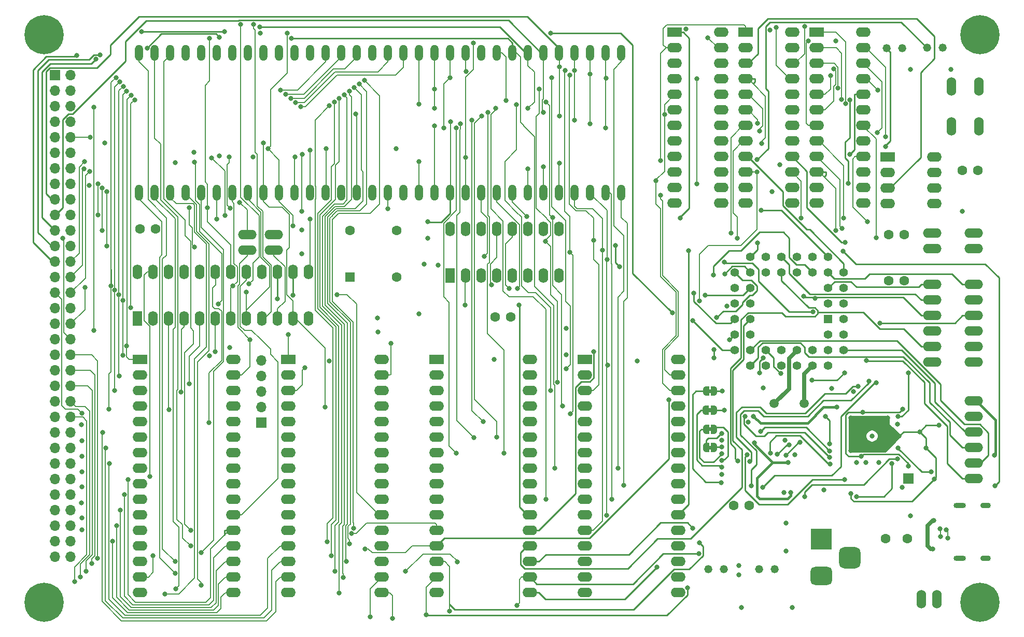
<source format=gbr>
G04 #@! TF.GenerationSoftware,KiCad,Pcbnew,8.0.2*
G04 #@! TF.CreationDate,2024-08-20T21:59:53+01:00*
G04 #@! TF.ProjectId,rosco_m68k,726f7363-6f5f-46d3-9638-6b2e6b696361,2.2*
G04 #@! TF.SameCoordinates,Original*
G04 #@! TF.FileFunction,Copper,L1,Top*
G04 #@! TF.FilePolarity,Positive*
%FSLAX46Y46*%
G04 Gerber Fmt 4.6, Leading zero omitted, Abs format (unit mm)*
G04 Created by KiCad (PCBNEW 8.0.2) date 2024-08-20 21:59:53*
%MOMM*%
%LPD*%
G01*
G04 APERTURE LIST*
G04 Aperture macros list*
%AMRoundRect*
0 Rectangle with rounded corners*
0 $1 Rounding radius*
0 $2 $3 $4 $5 $6 $7 $8 $9 X,Y pos of 4 corners*
0 Add a 4 corners polygon primitive as box body*
4,1,4,$2,$3,$4,$5,$6,$7,$8,$9,$2,$3,0*
0 Add four circle primitives for the rounded corners*
1,1,$1+$1,$2,$3*
1,1,$1+$1,$4,$5*
1,1,$1+$1,$6,$7*
1,1,$1+$1,$8,$9*
0 Add four rect primitives between the rounded corners*
20,1,$1+$1,$2,$3,$4,$5,0*
20,1,$1+$1,$4,$5,$6,$7,0*
20,1,$1+$1,$6,$7,$8,$9,0*
20,1,$1+$1,$8,$9,$2,$3,0*%
%AMFreePoly0*
4,1,19,0.500000,-0.750000,0.000000,-0.750000,0.000000,-0.744911,-0.071157,-0.744911,-0.207708,-0.704816,-0.327430,-0.627875,-0.420627,-0.520320,-0.479746,-0.390866,-0.500000,-0.250000,-0.500000,0.250000,-0.479746,0.390866,-0.420627,0.520320,-0.327430,0.627875,-0.207708,0.704816,-0.071157,0.744911,0.000000,0.744911,0.000000,0.750000,0.500000,0.750000,0.500000,-0.750000,0.500000,-0.750000,
$1*%
%AMFreePoly1*
4,1,19,0.000000,0.744911,0.071157,0.744911,0.207708,0.704816,0.327430,0.627875,0.420627,0.520320,0.479746,0.390866,0.500000,0.250000,0.500000,-0.250000,0.479746,-0.390866,0.420627,-0.520320,0.327430,-0.627875,0.207708,-0.704816,0.071157,-0.744911,0.000000,-0.744911,0.000000,-0.750000,-0.500000,-0.750000,-0.500000,0.750000,0.000000,0.750000,0.000000,0.744911,0.000000,0.744911,
$1*%
G04 Aperture macros list end*
G04 #@! TA.AperFunction,EtchedComponent*
%ADD10C,0.000000*%
G04 #@! TD*
G04 #@! TA.AperFunction,ComponentPad*
%ADD11C,6.400000*%
G04 #@! TD*
G04 #@! TA.AperFunction,ComponentPad*
%ADD12O,1.524000X3.048000*%
G04 #@! TD*
G04 #@! TA.AperFunction,ComponentPad*
%ADD13C,1.600200*%
G04 #@! TD*
G04 #@! TA.AperFunction,ComponentPad*
%ADD14R,1.422400X1.422400*%
G04 #@! TD*
G04 #@! TA.AperFunction,ComponentPad*
%ADD15C,1.422400*%
G04 #@! TD*
G04 #@! TA.AperFunction,ComponentPad*
%ADD16R,2.400000X1.600000*%
G04 #@! TD*
G04 #@! TA.AperFunction,ComponentPad*
%ADD17O,2.400000X1.600000*%
G04 #@! TD*
G04 #@! TA.AperFunction,ComponentPad*
%ADD18O,3.048000X1.524000*%
G04 #@! TD*
G04 #@! TA.AperFunction,ComponentPad*
%ADD19C,1.320800*%
G04 #@! TD*
G04 #@! TA.AperFunction,ComponentPad*
%ADD20C,1.500000*%
G04 #@! TD*
G04 #@! TA.AperFunction,ComponentPad*
%ADD21R,1.600000X1.600000*%
G04 #@! TD*
G04 #@! TA.AperFunction,ComponentPad*
%ADD22C,1.600000*%
G04 #@! TD*
G04 #@! TA.AperFunction,ComponentPad*
%ADD23R,1.700000X1.700000*%
G04 #@! TD*
G04 #@! TA.AperFunction,ComponentPad*
%ADD24O,1.700000X1.700000*%
G04 #@! TD*
G04 #@! TA.AperFunction,ComponentPad*
%ADD25R,1.600000X2.400000*%
G04 #@! TD*
G04 #@! TA.AperFunction,ComponentPad*
%ADD26O,1.600000X2.400000*%
G04 #@! TD*
G04 #@! TA.AperFunction,ComponentPad*
%ADD27O,1.320800X2.641600*%
G04 #@! TD*
G04 #@! TA.AperFunction,SMDPad,CuDef*
%ADD28FreePoly0,0.000000*%
G04 #@! TD*
G04 #@! TA.AperFunction,SMDPad,CuDef*
%ADD29FreePoly1,0.000000*%
G04 #@! TD*
G04 #@! TA.AperFunction,ComponentPad*
%ADD30R,3.500000X3.500000*%
G04 #@! TD*
G04 #@! TA.AperFunction,ComponentPad*
%ADD31RoundRect,0.750000X1.000000X-0.750000X1.000000X0.750000X-1.000000X0.750000X-1.000000X-0.750000X0*%
G04 #@! TD*
G04 #@! TA.AperFunction,ComponentPad*
%ADD32RoundRect,0.875000X0.875000X-0.875000X0.875000X0.875000X-0.875000X0.875000X-0.875000X-0.875000X0*%
G04 #@! TD*
G04 #@! TA.AperFunction,ComponentPad*
%ADD33O,1.700000X0.900000*%
G04 #@! TD*
G04 #@! TA.AperFunction,ComponentPad*
%ADD34O,2.000000X0.900000*%
G04 #@! TD*
G04 #@! TA.AperFunction,ViaPad*
%ADD35C,0.800000*%
G04 #@! TD*
G04 #@! TA.AperFunction,Conductor*
%ADD36C,0.152400*%
G04 #@! TD*
G04 #@! TA.AperFunction,Conductor*
%ADD37C,0.250000*%
G04 #@! TD*
G04 #@! TA.AperFunction,Conductor*
%ADD38C,0.450000*%
G04 #@! TD*
G04 #@! TA.AperFunction,Conductor*
%ADD39C,0.650000*%
G04 #@! TD*
G04 #@! TA.AperFunction,Conductor*
%ADD40C,0.200000*%
G04 #@! TD*
G04 APERTURE END LIST*
D10*
G04 #@! TA.AperFunction,EtchedComponent*
G36*
X180475000Y-120400000D02*
G01*
X179975000Y-120400000D01*
X179975000Y-119800000D01*
X180475000Y-119800000D01*
X180475000Y-120400000D01*
G37*
G04 #@! TD.AperFunction*
G04 #@! TA.AperFunction,EtchedComponent*
G36*
X180525000Y-126500000D02*
G01*
X180025000Y-126500000D01*
X180025000Y-125900000D01*
X180525000Y-125900000D01*
X180525000Y-126500000D01*
G37*
G04 #@! TD.AperFunction*
G04 #@! TA.AperFunction,EtchedComponent*
G36*
X180525000Y-123525000D02*
G01*
X180025000Y-123525000D01*
X180025000Y-122925000D01*
X180525000Y-122925000D01*
X180525000Y-123525000D01*
G37*
G04 #@! TD.AperFunction*
G04 #@! TA.AperFunction,EtchedComponent*
G36*
X180500000Y-117275000D02*
G01*
X180000000Y-117275000D01*
X180000000Y-116675000D01*
X180500000Y-116675000D01*
X180500000Y-117275000D01*
G37*
G04 #@! TD.AperFunction*
D11*
X71500000Y-151500000D03*
X71500000Y-58700000D03*
X224300000Y-151500000D03*
D12*
X219659400Y-73701200D03*
X219659400Y-67198800D03*
X224180600Y-73701200D03*
X224180600Y-67198800D03*
D11*
X224300000Y-58700000D03*
D13*
X209473800Y-91363800D03*
X212013800Y-91363800D03*
X184150000Y-135712200D03*
X186690000Y-135712200D03*
D14*
X199572000Y-105181400D03*
D15*
X202112000Y-102641400D03*
X199572000Y-102641400D03*
X202112000Y-100101400D03*
X199572000Y-100101400D03*
X202112000Y-97561400D03*
X199572000Y-95021400D03*
X199572000Y-97561400D03*
X197032000Y-95021400D03*
X197032000Y-97561400D03*
X194492000Y-95021400D03*
X194492000Y-97561400D03*
X191952000Y-95021400D03*
X191952000Y-97561400D03*
X189412000Y-95021400D03*
X189412000Y-97561400D03*
X186872000Y-95021400D03*
X184332000Y-97561400D03*
X186872000Y-97561400D03*
X184332000Y-100101400D03*
X186872000Y-100101400D03*
X184332000Y-102641400D03*
X186872000Y-102641400D03*
X184332000Y-105181400D03*
X186872000Y-105181400D03*
X184332000Y-107721400D03*
X186872000Y-107721400D03*
X184332000Y-110261400D03*
X186872000Y-112801400D03*
X186872000Y-110261400D03*
X189412000Y-112801400D03*
X189412000Y-110261400D03*
X191952000Y-112801400D03*
X191952000Y-110261400D03*
X194492000Y-112801400D03*
X194492000Y-110261400D03*
X197032000Y-112801400D03*
X197032000Y-110261400D03*
X199572000Y-112801400D03*
X202112000Y-110261400D03*
X199572000Y-110261400D03*
X202112000Y-107721400D03*
X199572000Y-107721400D03*
X202112000Y-105181400D03*
D16*
X186076700Y-58324800D03*
D17*
X186076700Y-60864800D03*
X186076700Y-63404800D03*
X186076700Y-65944800D03*
X186076700Y-68484800D03*
X186076700Y-71024800D03*
X186076700Y-73564800D03*
X186076700Y-76104800D03*
X186076700Y-78644800D03*
X186076700Y-81184800D03*
X186076700Y-83724800D03*
X186076700Y-86264800D03*
X193696700Y-86264800D03*
X193696700Y-83724800D03*
X193696700Y-81184800D03*
X193696700Y-78644800D03*
X193696700Y-76104800D03*
X193696700Y-73564800D03*
X193696700Y-71024800D03*
X193696700Y-68484800D03*
X193696700Y-65944800D03*
X193696700Y-63404800D03*
X193696700Y-60864800D03*
X193696700Y-58324800D03*
D18*
X223300000Y-91159000D03*
X223300000Y-93699000D03*
D19*
X211600000Y-60930000D03*
X209060000Y-60930000D03*
X218200000Y-60840000D03*
X215660000Y-60840000D03*
D20*
X190750800Y-118973600D03*
X195630800Y-118973600D03*
D21*
X121500000Y-98300000D03*
D22*
X129120000Y-98300000D03*
X129120000Y-90680000D03*
X121500000Y-90680000D03*
D16*
X159800000Y-111823600D03*
D17*
X159800000Y-114363600D03*
X159800000Y-116903600D03*
X159800000Y-119443600D03*
X159800000Y-121983600D03*
X159800000Y-124523600D03*
X159800000Y-127063600D03*
X159800000Y-129603600D03*
X159800000Y-132143600D03*
X159800000Y-134683600D03*
X159800000Y-137223600D03*
X159800000Y-139763600D03*
X159800000Y-142303600D03*
X159800000Y-144843600D03*
X159800000Y-147383600D03*
X159800000Y-149923600D03*
X175040000Y-149923600D03*
X175040000Y-147383600D03*
X175040000Y-144843600D03*
X175040000Y-142303600D03*
X175040000Y-139763600D03*
X175040000Y-137223600D03*
X175040000Y-134683600D03*
X175040000Y-132143600D03*
X175040000Y-129603600D03*
X175040000Y-127063600D03*
X175040000Y-124523600D03*
X175040000Y-121983600D03*
X175040000Y-119443600D03*
X175040000Y-116903600D03*
X175040000Y-114363600D03*
X175040000Y-111823600D03*
D16*
X135600000Y-111823600D03*
D17*
X135600000Y-114363600D03*
X135600000Y-116903600D03*
X135600000Y-119443600D03*
X135600000Y-121983600D03*
X135600000Y-124523600D03*
X135600000Y-127063600D03*
X135600000Y-129603600D03*
X135600000Y-132143600D03*
X135600000Y-134683600D03*
X135600000Y-137223600D03*
X135600000Y-139763600D03*
X135600000Y-142303600D03*
X135600000Y-144843600D03*
X135600000Y-147383600D03*
X135600000Y-149923600D03*
X150840000Y-149923600D03*
X150840000Y-147383600D03*
X150840000Y-144843600D03*
X150840000Y-142303600D03*
X150840000Y-139763600D03*
X150840000Y-137223600D03*
X150840000Y-134683600D03*
X150840000Y-132143600D03*
X150840000Y-129603600D03*
X150840000Y-127063600D03*
X150840000Y-124523600D03*
X150840000Y-121983600D03*
X150840000Y-119443600D03*
X150840000Y-116903600D03*
X150840000Y-114363600D03*
X150840000Y-111823600D03*
D16*
X111400000Y-111823600D03*
D17*
X111400000Y-114363600D03*
X111400000Y-116903600D03*
X111400000Y-119443600D03*
X111400000Y-121983600D03*
X111400000Y-124523600D03*
X111400000Y-127063600D03*
X111400000Y-129603600D03*
X111400000Y-132143600D03*
X111400000Y-134683600D03*
X111400000Y-137223600D03*
X111400000Y-139763600D03*
X111400000Y-142303600D03*
X111400000Y-144843600D03*
X111400000Y-147383600D03*
X111400000Y-149923600D03*
X126640000Y-149923600D03*
X126640000Y-147383600D03*
X126640000Y-144843600D03*
X126640000Y-142303600D03*
X126640000Y-139763600D03*
X126640000Y-137223600D03*
X126640000Y-134683600D03*
X126640000Y-132143600D03*
X126640000Y-129603600D03*
X126640000Y-127063600D03*
X126640000Y-124523600D03*
X126640000Y-121983600D03*
X126640000Y-119443600D03*
X126640000Y-116903600D03*
X126640000Y-114363600D03*
X126640000Y-111823600D03*
D23*
X73325000Y-65350000D03*
D24*
X75865000Y-65350000D03*
X73325000Y-67890000D03*
X75865000Y-67890000D03*
X73325000Y-70430000D03*
X75865000Y-70430000D03*
X73325000Y-72970000D03*
X75865000Y-72970000D03*
X73325000Y-75510000D03*
X75865000Y-75510000D03*
X73325000Y-78050000D03*
X75865000Y-78050000D03*
X73325000Y-80590000D03*
X75865000Y-80590000D03*
X73325000Y-83130000D03*
X75865000Y-83130000D03*
X73325000Y-85670000D03*
X75865000Y-85670000D03*
X73325000Y-88210000D03*
X75865000Y-88210000D03*
X73325000Y-90750000D03*
X75865000Y-90750000D03*
X73325000Y-93290000D03*
X75865000Y-93290000D03*
X73325000Y-95830000D03*
X75865000Y-95830000D03*
X73325000Y-98370000D03*
X75865000Y-98370000D03*
X73325000Y-100910000D03*
X75865000Y-100910000D03*
X73325000Y-103450000D03*
X75865000Y-103450000D03*
X73325000Y-105990000D03*
X75865000Y-105990000D03*
X73325000Y-108530000D03*
X75865000Y-108530000D03*
X73325000Y-111070000D03*
X75865000Y-111070000D03*
X73325000Y-113610000D03*
X75865000Y-113610000D03*
X73325000Y-116150000D03*
X75865000Y-116150000D03*
X73325000Y-118690000D03*
X75865000Y-118690000D03*
X73325000Y-121230000D03*
X75865000Y-121230000D03*
X73325000Y-123770000D03*
X75865000Y-123770000D03*
X73325000Y-126310000D03*
X75865000Y-126310000D03*
X73325000Y-128850000D03*
X75865000Y-128850000D03*
X73325000Y-131390000D03*
X75865000Y-131390000D03*
X73325000Y-133930000D03*
X75865000Y-133930000D03*
X73325000Y-136470000D03*
X75865000Y-136470000D03*
X73325000Y-139010000D03*
X75865000Y-139010000D03*
X73325000Y-141550000D03*
X75865000Y-141550000D03*
X73325000Y-144090000D03*
X75865000Y-144090000D03*
D16*
X174450000Y-58324800D03*
D17*
X174450000Y-60864800D03*
X174450000Y-63404800D03*
X174450000Y-65944800D03*
X174450000Y-68484800D03*
X174450000Y-71024800D03*
X174450000Y-73564800D03*
X174450000Y-76104800D03*
X174450000Y-78644800D03*
X174450000Y-81184800D03*
X174450000Y-83724800D03*
X174450000Y-86264800D03*
X182070000Y-86264800D03*
X182070000Y-83724800D03*
X182070000Y-81184800D03*
X182070000Y-78644800D03*
X182070000Y-76104800D03*
X182070000Y-73564800D03*
X182070000Y-71024800D03*
X182070000Y-68484800D03*
X182070000Y-65944800D03*
X182070000Y-63404800D03*
X182070000Y-60864800D03*
X182070000Y-58324800D03*
D18*
X223300000Y-131310000D03*
X223300000Y-128770000D03*
X223300000Y-126230000D03*
X223300000Y-123690000D03*
X223300000Y-121150000D03*
X223300000Y-118610000D03*
X216564000Y-112258000D03*
X216564000Y-109718000D03*
X216564000Y-107178000D03*
X216564000Y-104638000D03*
X216564000Y-102098000D03*
X216564000Y-99558000D03*
X223300000Y-112258000D03*
X223300000Y-109718000D03*
X223300000Y-107178000D03*
X223300000Y-104638000D03*
X223300000Y-102098000D03*
X223300000Y-99558000D03*
D12*
X214730000Y-151000000D03*
X217270000Y-151000000D03*
D16*
X209230000Y-78724800D03*
D17*
X209230000Y-81264800D03*
X209230000Y-83804800D03*
X209230000Y-86344800D03*
X216850000Y-86344800D03*
X216850000Y-83804800D03*
X216850000Y-81264800D03*
X216850000Y-78724800D03*
D18*
X216564000Y-91159000D03*
X216564000Y-93699000D03*
X104703000Y-91393000D03*
X104703000Y-93933000D03*
D19*
X182478200Y-146098800D03*
X179938200Y-146098800D03*
X190843400Y-146100800D03*
X188303400Y-146100800D03*
D18*
X109018000Y-93933000D03*
X109018000Y-91393000D03*
D16*
X87200000Y-111823600D03*
D17*
X87200000Y-114363600D03*
X87200000Y-116903600D03*
X87200000Y-119443600D03*
X87200000Y-121983600D03*
X87200000Y-124523600D03*
X87200000Y-127063600D03*
X87200000Y-129603600D03*
X87200000Y-132143600D03*
X87200000Y-134683600D03*
X87200000Y-137223600D03*
X87200000Y-139763600D03*
X87200000Y-142303600D03*
X87200000Y-144843600D03*
X87200000Y-147383600D03*
X87200000Y-149923600D03*
X102440000Y-149923600D03*
X102440000Y-147383600D03*
X102440000Y-144843600D03*
X102440000Y-142303600D03*
X102440000Y-139763600D03*
X102440000Y-137223600D03*
X102440000Y-134683600D03*
X102440000Y-132143600D03*
X102440000Y-129603600D03*
X102440000Y-127063600D03*
X102440000Y-124523600D03*
X102440000Y-121983600D03*
X102440000Y-119443600D03*
X102440000Y-116903600D03*
X102440000Y-114363600D03*
X102440000Y-111823600D03*
D13*
X221459000Y-80910000D03*
X223999000Y-80910000D03*
D16*
X197703300Y-58324800D03*
D17*
X197703300Y-60864800D03*
X197703300Y-63404800D03*
X197703300Y-65944800D03*
X197703300Y-68484800D03*
X197703300Y-71024800D03*
X197703300Y-73564800D03*
X197703300Y-76104800D03*
X197703300Y-78644800D03*
X197703300Y-81184800D03*
X197703300Y-83724800D03*
X197703300Y-86264800D03*
X205323300Y-86264800D03*
X205323300Y-83724800D03*
X205323300Y-81184800D03*
X205323300Y-78644800D03*
X205323300Y-76104800D03*
X205323300Y-73564800D03*
X205323300Y-71024800D03*
X205323300Y-68484800D03*
X205323300Y-65944800D03*
X205323300Y-63404800D03*
X205323300Y-60864800D03*
X205323300Y-58324800D03*
D25*
X86787000Y-105081000D03*
D26*
X89327000Y-105081000D03*
X91867000Y-105081000D03*
X94407000Y-105081000D03*
X96947000Y-105081000D03*
X99487000Y-105081000D03*
X102027000Y-105081000D03*
X104567000Y-105081000D03*
X107107000Y-105081000D03*
X109647000Y-105081000D03*
X112187000Y-105081000D03*
X114727000Y-105081000D03*
X114727000Y-97461000D03*
X112187000Y-97461000D03*
X109647000Y-97461000D03*
X107107000Y-97461000D03*
X104567000Y-97461000D03*
X102027000Y-97461000D03*
X99487000Y-97461000D03*
X96947000Y-97461000D03*
X94407000Y-97461000D03*
X91867000Y-97461000D03*
X89327000Y-97461000D03*
X86787000Y-97461000D03*
D23*
X106970000Y-122130000D03*
D24*
X106970000Y-119590000D03*
X106970000Y-117050000D03*
X106970000Y-114510000D03*
X106970000Y-111970000D03*
D23*
X212635400Y-131310000D03*
D25*
X137830000Y-98100000D03*
D26*
X140370000Y-98100000D03*
X142910000Y-98100000D03*
X145450000Y-98100000D03*
X147990000Y-98100000D03*
X150530000Y-98100000D03*
X153070000Y-98100000D03*
X155610000Y-98100000D03*
X155610000Y-90480000D03*
X153070000Y-90480000D03*
X150530000Y-90480000D03*
X147990000Y-90480000D03*
X145450000Y-90480000D03*
X142910000Y-90480000D03*
X140370000Y-90480000D03*
X137830000Y-90480000D03*
D27*
X87030000Y-84530000D03*
X89570000Y-84530000D03*
X92110000Y-84530000D03*
X94650000Y-84530000D03*
X97190000Y-84530000D03*
X99730000Y-84530000D03*
X102270000Y-84530000D03*
X104810000Y-84530000D03*
X107350000Y-84530000D03*
X109890000Y-84530000D03*
X112430000Y-84530000D03*
X114970000Y-84530000D03*
X117510000Y-84530000D03*
X120050000Y-84530000D03*
X122590000Y-84530000D03*
X125130000Y-84530000D03*
X127670000Y-84530000D03*
X130210000Y-84530000D03*
X132750000Y-84530000D03*
X135290000Y-84530000D03*
X137830000Y-84530000D03*
X140370000Y-84530000D03*
X142910000Y-84530000D03*
X145450000Y-84530000D03*
X147990000Y-84530000D03*
X150530000Y-84530000D03*
X153070000Y-84530000D03*
X155610000Y-84530000D03*
X158150000Y-84530000D03*
X160690000Y-84530000D03*
X163230000Y-84530000D03*
X165770000Y-84530000D03*
X165770000Y-61670000D03*
X163230000Y-61670000D03*
X160690000Y-61670000D03*
X158150000Y-61670000D03*
X155610000Y-61670000D03*
X153070000Y-61670000D03*
X150530000Y-61670000D03*
X147990000Y-61670000D03*
X145450000Y-61670000D03*
X142910000Y-61670000D03*
X140370000Y-61670000D03*
X137830000Y-61670000D03*
X135290000Y-61670000D03*
X132750000Y-61670000D03*
X130210000Y-61670000D03*
X127670000Y-61670000D03*
X125130000Y-61670000D03*
X122590000Y-61670000D03*
X120050000Y-61670000D03*
X117510000Y-61670000D03*
X114970000Y-61670000D03*
X112430000Y-61670000D03*
X109890000Y-61670000D03*
X107350000Y-61670000D03*
X104810000Y-61670000D03*
X102270000Y-61670000D03*
X99730000Y-61670000D03*
X97190000Y-61670000D03*
X94650000Y-61670000D03*
X92110000Y-61670000D03*
X89570000Y-61670000D03*
X87030000Y-61670000D03*
D13*
X87205000Y-90454000D03*
X89745000Y-90454000D03*
D28*
X179575000Y-120100000D03*
D29*
X180875000Y-120100000D03*
D28*
X179625000Y-126200000D03*
D29*
X180925000Y-126200000D03*
D28*
X179625000Y-123225000D03*
D29*
X180925000Y-123225000D03*
D13*
X145186400Y-104825800D03*
X147726400Y-104825800D03*
X209473800Y-98907600D03*
X212013800Y-98907600D03*
X208965800Y-141122400D03*
X212521800Y-141122400D03*
D28*
X179600000Y-116975000D03*
D29*
X180900000Y-116975000D03*
D30*
X198424800Y-141193000D03*
D31*
X198424800Y-147193000D03*
D32*
X203124800Y-144193000D03*
D33*
X225230000Y-135690000D03*
D34*
X221060000Y-135690000D03*
D33*
X225230000Y-144330000D03*
D34*
X221060000Y-144330000D03*
D35*
X143427000Y-94915000D03*
X148804000Y-100198000D03*
X150337000Y-88427400D03*
X111190000Y-58440000D03*
X180841000Y-97969100D03*
X108083000Y-77358000D03*
X154254200Y-58470800D03*
X112174000Y-89925000D03*
X174105900Y-104218300D03*
X114990000Y-77631000D03*
X117550000Y-77328600D03*
X187970000Y-79150000D03*
X74600000Y-92025000D03*
X202361800Y-92659200D03*
X141650000Y-60078600D03*
X140350000Y-78810000D03*
X179913000Y-59192400D03*
X122375000Y-71702500D03*
X175404000Y-88658600D03*
X104567000Y-100790000D03*
X207416000Y-91922600D03*
X78198700Y-100072000D03*
X102323000Y-99796600D03*
X114914000Y-88877000D03*
X172202000Y-79279100D03*
X99701000Y-88877000D03*
X112460000Y-78666200D03*
X81754100Y-93297200D03*
X208892000Y-75395400D03*
X188654000Y-76526000D03*
X81775000Y-84400000D03*
X150550000Y-80671400D03*
X188349000Y-74436000D03*
X207600000Y-74700000D03*
X81000000Y-90750000D03*
X81025000Y-83750000D03*
X153050000Y-80328600D03*
X155650000Y-79700000D03*
X80292100Y-88207900D03*
X207654000Y-67806800D03*
X188044000Y-73217000D03*
X80325000Y-83075000D03*
X193663000Y-152324000D03*
X100150000Y-78490000D03*
X191618000Y-79972400D03*
X183049911Y-103109911D03*
X92910000Y-79620000D03*
X134170000Y-91990000D03*
X95990000Y-77915800D03*
X182200000Y-124989583D03*
X126000000Y-107300000D03*
X129000000Y-77360000D03*
X219600000Y-64370000D03*
X190398000Y-84404200D03*
X184944000Y-147028000D03*
X156798400Y-106756200D03*
X101820000Y-109830000D03*
X192659400Y-138545700D03*
X133550000Y-96210000D03*
X213020000Y-64420000D03*
X221480000Y-87620000D03*
X106820000Y-58420000D03*
X113610000Y-90670000D03*
X185357000Y-152324000D03*
X132720000Y-104390000D03*
X105610000Y-78690000D03*
X182200000Y-130562500D03*
X192532000Y-124987200D03*
X207856000Y-128645000D03*
X156798400Y-111074200D03*
X176330000Y-57780000D03*
X206725000Y-124325000D03*
X184944000Y-145504000D03*
X186515003Y-122063922D03*
X200780000Y-59690000D03*
X145034000Y-111760000D03*
X118054000Y-112014000D03*
X205723000Y-128624000D03*
X192354000Y-133553000D03*
X211607000Y-132690000D03*
X135840000Y-96390000D03*
X203714279Y-117055900D03*
X188925200Y-116433600D03*
X125989000Y-105029000D03*
X210845400Y-122402600D03*
X226739989Y-127428989D03*
X190080000Y-57930000D03*
X213033000Y-137357000D03*
X113610000Y-94510000D03*
X194081000Y-127355400D03*
X98540000Y-111200000D03*
X192659400Y-143117700D03*
X198831400Y-133172000D03*
X200124289Y-116543889D03*
X168402000Y-112014000D03*
X204224000Y-128676000D03*
X119386000Y-101200000D03*
X109632000Y-101874000D03*
X149044000Y-102908000D03*
X176770000Y-94060400D03*
X112167000Y-101281000D03*
X98222000Y-86978600D03*
X98550000Y-59290000D03*
X98470000Y-122100000D03*
X96064200Y-93424000D03*
X95225000Y-86978600D03*
X195123000Y-88671400D03*
X127650000Y-87200000D03*
X107350000Y-76450000D03*
X103472000Y-86127000D03*
X117410000Y-119600000D03*
X191062000Y-57559600D03*
X105710000Y-57055800D03*
X137900000Y-72975000D03*
X134190000Y-89260000D03*
X79034900Y-75475000D03*
X135300000Y-73603600D03*
X132760000Y-79448600D03*
X78894000Y-83320000D03*
X138800000Y-127100000D03*
X138850000Y-73937700D03*
X163254000Y-65811800D03*
X77675000Y-127625000D03*
X202379000Y-70003000D03*
X163250000Y-73937700D03*
X139532000Y-73272700D03*
X160700000Y-73309100D03*
X77675000Y-125050000D03*
X201750000Y-69271200D03*
X141700000Y-124550000D03*
X160678000Y-65183200D03*
X158150000Y-72644100D03*
X201124000Y-67452000D03*
X143200000Y-121950000D03*
X141400000Y-72644100D03*
X77625000Y-122500000D03*
X158154000Y-64554600D03*
X155662000Y-63926000D03*
X145450000Y-124500000D03*
X155650000Y-72015500D03*
X142950000Y-72015500D03*
X153050000Y-71386900D03*
X146650000Y-127150000D03*
X143950000Y-71386900D03*
X199958000Y-65391000D03*
X145250000Y-70758300D03*
X153434000Y-134684000D03*
X106695800Y-57414100D03*
X150550000Y-70758300D03*
X200496000Y-64310000D03*
X79951400Y-62694400D03*
X87443000Y-58180900D03*
X154900000Y-129600000D03*
X196316000Y-59720000D03*
X111878500Y-59341300D03*
X80630800Y-62015100D03*
X100960500Y-58180900D03*
X202100000Y-88722200D03*
X76853100Y-62073700D03*
X156150000Y-119400000D03*
X146950000Y-69500000D03*
X88344400Y-60883700D03*
X100102800Y-59096400D03*
X154565000Y-88637000D03*
X153511000Y-69689000D03*
X201828000Y-90398600D03*
X157352000Y-94285000D03*
X156568000Y-64554600D03*
X157450000Y-120700000D03*
X77675000Y-120579000D03*
X140400000Y-64700000D03*
X157365000Y-65337000D03*
X161221000Y-92343000D03*
X200769000Y-90742300D03*
X156786000Y-113335000D03*
X114119000Y-113185000D03*
X81400000Y-76450000D03*
X154400000Y-65750000D03*
X137800000Y-65750000D03*
X172201000Y-84980000D03*
X136825000Y-73937700D03*
X152350000Y-67600000D03*
X135300000Y-70758300D03*
X153404000Y-92490000D03*
X205943000Y-89243000D03*
X79670000Y-70580000D03*
X79663500Y-107075000D03*
X135300000Y-67600000D03*
X155376000Y-115550000D03*
X77650000Y-135225000D03*
X164200000Y-134700000D03*
X197099900Y-104035800D03*
X77675000Y-137700000D03*
X163443000Y-95437700D03*
X163383000Y-137250000D03*
X182555000Y-95848700D03*
X184691000Y-91948000D03*
X163548600Y-112689100D03*
X162700000Y-93950000D03*
X183697000Y-91135200D03*
X121729000Y-140253000D03*
X77675000Y-139646000D03*
X130550000Y-146450000D03*
X177450000Y-139400000D03*
X83967800Y-136475000D03*
X92911800Y-144850000D03*
X139000000Y-144900000D03*
X84596400Y-133925000D03*
X95461800Y-142300000D03*
X85225000Y-131425000D03*
X161288800Y-110527900D03*
X179452400Y-101304500D03*
X95461800Y-139750000D03*
X82175000Y-128850000D03*
X117764000Y-141619000D03*
X118100000Y-70350000D03*
X118914000Y-69757100D03*
X81600000Y-126300000D03*
X118393000Y-143850000D03*
X119729000Y-69164300D03*
X81075000Y-123775000D03*
X119021000Y-146400000D03*
X128450000Y-154148000D03*
X119650000Y-149950000D03*
X120543000Y-68571400D03*
X76471700Y-148109000D03*
X124750000Y-153843000D03*
X77423500Y-147338000D03*
X121357000Y-67978600D03*
X120350000Y-147450000D03*
X120900000Y-144850000D03*
X78350000Y-146445000D03*
X122171000Y-67385700D03*
X79323200Y-145121000D03*
X122986000Y-66792900D03*
X121424000Y-141924000D03*
X122069000Y-139364000D03*
X80275000Y-144350000D03*
X123800000Y-66200000D03*
X82413900Y-99751400D03*
X82075000Y-119950000D03*
X83250000Y-65700000D03*
X99487000Y-110555000D03*
X110150000Y-67750000D03*
X95254000Y-115780000D03*
X110971000Y-68423800D03*
X83846100Y-66445300D03*
X83025000Y-116875000D03*
X83049500Y-100484000D03*
X93829000Y-117098000D03*
X84452300Y-67179900D03*
X111791000Y-69097600D03*
X83742800Y-101207000D03*
X83775000Y-114550000D03*
X91882000Y-120015000D03*
X84988200Y-67967300D03*
X84371400Y-102137000D03*
X112612000Y-69771400D03*
X84371400Y-111146000D03*
X178150000Y-83100000D03*
X85000000Y-109600000D03*
X85700000Y-68600000D03*
X178150000Y-65940000D03*
X187935000Y-81184800D03*
X111410000Y-107750000D03*
X178562000Y-102200000D03*
X113433000Y-70445300D03*
X171447000Y-82575400D03*
X148671000Y-70129700D03*
X132700000Y-70100000D03*
X172830000Y-71715000D03*
X154200000Y-116900000D03*
X85657000Y-103296000D03*
X86300000Y-69350000D03*
X77675000Y-130150000D03*
X165200000Y-129600000D03*
X77675000Y-132625000D03*
X188584300Y-87392100D03*
X166200000Y-132350000D03*
X97200000Y-143350000D03*
X173574900Y-118431900D03*
X177402039Y-105445939D03*
X123900000Y-142750000D03*
X137750000Y-152929000D03*
X178550000Y-141800000D03*
X181356000Y-104978200D03*
X97148700Y-148717000D03*
X176547900Y-149114400D03*
X91275200Y-150126000D03*
X180872100Y-111519800D03*
X180872100Y-110158600D03*
X89325000Y-143925000D03*
X133900000Y-153538000D03*
X82710600Y-141550000D03*
X182641200Y-97790000D03*
X92986000Y-149331000D03*
X171600500Y-145721100D03*
X83339200Y-139000000D03*
X178410000Y-143573600D03*
X148714000Y-151976000D03*
X183434200Y-108617600D03*
X92911800Y-146750000D03*
X195687000Y-57367000D03*
X103632000Y-57048400D03*
X104994000Y-99473400D03*
X203047000Y-78280700D03*
X208020200Y-105835100D03*
X182200000Y-128333332D03*
X205825762Y-112009400D03*
X182200000Y-126104166D03*
X196869389Y-115217989D03*
X202216700Y-113981000D03*
X194919600Y-125374400D03*
X192665476Y-127444800D03*
X188393600Y-113995200D03*
X197414100Y-101817500D03*
X182575200Y-120100000D03*
X195550000Y-101500000D03*
X188981000Y-111531400D03*
X182275000Y-116950000D03*
X191792700Y-114070700D03*
X203087100Y-69348700D03*
X202858500Y-82978200D03*
X184756800Y-128400000D03*
X208936000Y-76960000D03*
X88781000Y-130925000D03*
X128135000Y-109213000D03*
X105161000Y-108593000D03*
X226796600Y-132461000D03*
X201980800Y-94132400D03*
X188036200Y-92735400D03*
X165528200Y-96654300D03*
X164805700Y-93165300D03*
X177632500Y-100984000D03*
X113621000Y-87592200D03*
X144567000Y-99577000D03*
X113640000Y-78246200D03*
X78044900Y-80602000D03*
X98840000Y-78850000D03*
X147456000Y-100215000D03*
X101043000Y-88248400D03*
X101914000Y-87080000D03*
X78991700Y-81055800D03*
X101700000Y-78708100D03*
X78123600Y-79496200D03*
X140240000Y-102936000D03*
X96077400Y-79503200D03*
X99930000Y-102760000D03*
X203276000Y-133731000D03*
X216865000Y-131344000D03*
X192989000Y-128626000D03*
X214486000Y-123622000D03*
X209295602Y-121370001D03*
X187540452Y-125431030D03*
X193421000Y-133528000D03*
X200965000Y-119609000D03*
X211131000Y-124370000D03*
X187375800Y-121107200D03*
X217678000Y-122580000D03*
X203291000Y-121370000D03*
X215569800Y-126288802D03*
X203261000Y-126660000D03*
X210896000Y-128092000D03*
X195682000Y-134214000D03*
X204191000Y-134239000D03*
X209959000Y-128797000D03*
X212649000Y-113970000D03*
X210947002Y-121132600D03*
X186315200Y-127406400D03*
X202234800Y-131445000D03*
X186740800Y-128447800D03*
X204444600Y-116230400D03*
X191261700Y-127290300D03*
X193166582Y-125734000D03*
X190142122Y-127129278D03*
X199872600Y-128930400D03*
X199821800Y-127838200D03*
X185978800Y-121107200D03*
X186969400Y-132435600D03*
X206197200Y-115366800D03*
X207371014Y-115591108D03*
X188899800Y-132707196D03*
X199796400Y-126746000D03*
X188493400Y-123571000D03*
X211719896Y-119927896D03*
X204981000Y-127660000D03*
X212651000Y-129200000D03*
X205240000Y-120447000D03*
X199110600Y-121081800D03*
X199796400Y-125603000D03*
X210981000Y-126289000D03*
X216401800Y-130207823D03*
X218872000Y-139649000D03*
X219050000Y-140995000D03*
X217781000Y-139474000D03*
X217907000Y-140716000D03*
X216640000Y-142810000D03*
X216795000Y-138105000D03*
X182200000Y-127218749D03*
X182200000Y-123875000D03*
X182125000Y-131925000D03*
X182200000Y-129447915D03*
D36*
X142910000Y-84530000D02*
X142910000Y-87640000D01*
X142910000Y-87640000D02*
X143939000Y-88668600D01*
X143939000Y-94403400D02*
X143427000Y-94915000D01*
X143939000Y-88668600D02*
X143939000Y-94403400D01*
X149151000Y-89786500D02*
X149151000Y-99850800D01*
X149151000Y-99850800D02*
X148804000Y-100198000D01*
X145450000Y-84530000D02*
X145450000Y-86085300D01*
X145450000Y-86085300D02*
X149151000Y-89786500D01*
X150337000Y-88427400D02*
X147990000Y-86080400D01*
X147990000Y-86080400D02*
X147990000Y-84530000D01*
X112174000Y-88288800D02*
X112174000Y-89925000D01*
D37*
X167591200Y-60377800D02*
X165684200Y-58470800D01*
X185318300Y-94030900D02*
X183372100Y-94030900D01*
D36*
X109890000Y-79165000D02*
X108083000Y-77358000D01*
D37*
X180841000Y-96562000D02*
X180841000Y-97969100D01*
X195762000Y-96291400D02*
X194361400Y-96291400D01*
X197032000Y-97561400D02*
X195762000Y-96291400D01*
X193222000Y-95152000D02*
X193222000Y-91952200D01*
D36*
X111230000Y-64970000D02*
X111230000Y-58430000D01*
D37*
X167591200Y-97703600D02*
X167591200Y-60377800D01*
D36*
X111200000Y-58430000D02*
X111190000Y-58440000D01*
D37*
X192252600Y-90982800D02*
X188366400Y-90982800D01*
X165684200Y-58470800D02*
X154254200Y-58470800D01*
D36*
X111230000Y-58430000D02*
X111200000Y-58430000D01*
X111850000Y-87963200D02*
X111850000Y-87965000D01*
X108083000Y-77358000D02*
X108514000Y-76927000D01*
D37*
X174105900Y-104218300D02*
X167591200Y-97703600D01*
D36*
X108514000Y-76927000D02*
X108514000Y-67686000D01*
D37*
X188366400Y-90982800D02*
X185318300Y-94030900D01*
D36*
X109890000Y-84530000D02*
X109890000Y-79165000D01*
D37*
X193222000Y-91952200D02*
X192252600Y-90982800D01*
D36*
X108514000Y-67686000D02*
X111230000Y-64970000D01*
X109890000Y-84530000D02*
X109890000Y-86003200D01*
X111850000Y-87965000D02*
X112174000Y-88288800D01*
X109890000Y-86003200D02*
X111850000Y-87963200D01*
D37*
X194361400Y-96291400D02*
X193222000Y-95152000D01*
X183372100Y-94030900D02*
X180841000Y-96562000D01*
D36*
X114950000Y-77671000D02*
X114950000Y-83659000D01*
X114990000Y-77631000D02*
X114950000Y-77671000D01*
X117550000Y-84490000D02*
X117550000Y-77328600D01*
D37*
X196086500Y-81034600D02*
X196086500Y-87018900D01*
X190058000Y-56662000D02*
X189380000Y-57340000D01*
X189760000Y-67930000D02*
X189760000Y-77360000D01*
D36*
X75865000Y-108530000D02*
X74708400Y-107373000D01*
D37*
X201726800Y-92659200D02*
X202361800Y-92659200D01*
X215660000Y-60840000D02*
X211482000Y-56662000D01*
X189380000Y-67550000D02*
X189760000Y-67930000D01*
X189760000Y-77360000D02*
X187970000Y-79150000D01*
D36*
X74708400Y-92133400D02*
X74600000Y-92025000D01*
X74708400Y-107373000D02*
X74708400Y-92133400D01*
D37*
X211482000Y-56662000D02*
X190058000Y-56662000D01*
X193696700Y-78644800D02*
X196086500Y-81034600D01*
X189380000Y-57340000D02*
X189380000Y-67550000D01*
X196086500Y-87018900D02*
X201726800Y-92659200D01*
D36*
X140350000Y-78810000D02*
X140350000Y-65680300D01*
X140370000Y-78830000D02*
X140370000Y-84530000D01*
X141650000Y-64380300D02*
X141650000Y-60078600D01*
X140350000Y-65680300D02*
X141650000Y-64380300D01*
X140350000Y-78810000D02*
X140370000Y-78830000D01*
X179913000Y-59192400D02*
X181585000Y-60864800D01*
X122590000Y-71917500D02*
X122375000Y-71702500D01*
D37*
X176878000Y-59302800D02*
X175900000Y-58324800D01*
D36*
X122590000Y-84530000D02*
X122590000Y-71917500D01*
D37*
X175404000Y-88658600D02*
X175451000Y-88611600D01*
X175451000Y-88611600D02*
X175451000Y-88472000D01*
X175451000Y-88472000D02*
X176878000Y-87045000D01*
X175900000Y-58324800D02*
X174450000Y-58324800D01*
X176878000Y-87045000D02*
X176878000Y-59302800D01*
D36*
X104810000Y-85625100D02*
X105011400Y-85826500D01*
X106926000Y-87741300D02*
X106926000Y-95146300D01*
X108314000Y-96533600D02*
X108314000Y-99982000D01*
X108314000Y-99982000D02*
X104567000Y-103729000D01*
X205323000Y-73707500D02*
X207366000Y-75749800D01*
X106926000Y-95146300D02*
X108314000Y-96533600D01*
X207366000Y-75749800D02*
X207366000Y-91871800D01*
D37*
X105011300Y-84731300D02*
X105011300Y-85826500D01*
D36*
X104567000Y-100790000D02*
X104567000Y-103729000D01*
X105011400Y-85826500D02*
X106926000Y-87741300D01*
X104567000Y-103729000D02*
X104567000Y-105081000D01*
D37*
X105011300Y-85826500D02*
X105011400Y-85826500D01*
D36*
X207366000Y-91871800D02*
X207416000Y-91922600D01*
X102543000Y-86276200D02*
X102543000Y-96122300D01*
X102543000Y-96122300D02*
X103056000Y-96634900D01*
X102323000Y-99817500D02*
X102027000Y-100113000D01*
X102323000Y-99796600D02*
X102323000Y-99817500D01*
X102270000Y-84530000D02*
X102270000Y-86003200D01*
X103056000Y-99063500D02*
X102323000Y-99796600D01*
X78198700Y-103656000D02*
X75865000Y-105990000D01*
X103056000Y-96634900D02*
X103056000Y-99063500D01*
X78198700Y-100072000D02*
X78198700Y-103656000D01*
X102270000Y-86003200D02*
X102543000Y-86276200D01*
X102027000Y-100113000D02*
X102027000Y-105081000D01*
X172614000Y-60381200D02*
X172614000Y-57702000D01*
X173186000Y-57130000D02*
X185834000Y-57130000D01*
X172202000Y-61760700D02*
X173098000Y-60864800D01*
X114914000Y-88877000D02*
X114914000Y-97274000D01*
X99701000Y-88877000D02*
X99691000Y-88867000D01*
X173098000Y-60864800D02*
X174450000Y-60864800D01*
X173098000Y-60864800D02*
X172614000Y-60381200D01*
X99691000Y-88867000D02*
X99691000Y-85535600D01*
X186077000Y-57372400D02*
X186077000Y-57848600D01*
X172614000Y-57702000D02*
X173186000Y-57130000D01*
X172202000Y-79279100D02*
X172202000Y-61760700D01*
X185834000Y-57130000D02*
X186077000Y-57372400D01*
X112430000Y-78696200D02*
X112430000Y-84530000D01*
X112460000Y-78666200D02*
X112430000Y-78696200D01*
X81775000Y-84400000D02*
X81775000Y-93276300D01*
X187308700Y-66776600D02*
X189300000Y-68768100D01*
D37*
X187308700Y-66639200D02*
X187556000Y-66391900D01*
D36*
X208910000Y-64051500D02*
X208910000Y-75377800D01*
X186477000Y-65944800D02*
X187308700Y-66776600D01*
D37*
X187556000Y-66391900D02*
X187556000Y-65944800D01*
D36*
X208910000Y-75377800D02*
X208892000Y-75395400D01*
X205723000Y-60864800D02*
X208910000Y-64051500D01*
X81775000Y-93276300D02*
X81754100Y-93297200D01*
X189300000Y-68768100D02*
X189300000Y-75547700D01*
D37*
X186076700Y-65944800D02*
X187556000Y-65944800D01*
D36*
X188654000Y-76193900D02*
X188654000Y-76526000D01*
X150530000Y-80691400D02*
X150550000Y-80671400D01*
X150530000Y-84530000D02*
X150530000Y-80691400D01*
D37*
X187308700Y-66776600D02*
X187308700Y-66639200D01*
D36*
X189300000Y-75547700D02*
X188654000Y-76193900D01*
X188349000Y-74103900D02*
X188349000Y-74436000D01*
X188840000Y-70848100D02*
X188840000Y-73612900D01*
X188840000Y-73612900D02*
X188349000Y-74103900D01*
X208310000Y-73990000D02*
X207600000Y-74700000D01*
X153070000Y-80348600D02*
X153050000Y-80328600D01*
X153070000Y-84530000D02*
X153070000Y-80348600D01*
X81025000Y-83750000D02*
X81025000Y-90725000D01*
X205323200Y-63404900D02*
X208310000Y-66391500D01*
X208310000Y-66391500D02*
X208310000Y-73990000D01*
X186477000Y-68484800D02*
X188840000Y-70848100D01*
X81025000Y-90725000D02*
X81000000Y-90750000D01*
X188044000Y-72592300D02*
X188044000Y-73217000D01*
X80325000Y-88175000D02*
X80292100Y-88207900D01*
X205792000Y-65944800D02*
X207654000Y-67806800D01*
X155610000Y-84530000D02*
X155610000Y-79740000D01*
X80325000Y-83075000D02*
X80325000Y-88175000D01*
X186477000Y-71024800D02*
X188044000Y-72592300D01*
X155610000Y-79740000D02*
X155650000Y-79700000D01*
D38*
X226847000Y-121707000D02*
X226847000Y-127321978D01*
X226847000Y-127321978D02*
X226739989Y-127428989D01*
X223750000Y-118610000D02*
X226847000Y-121707000D01*
D36*
X103538000Y-99842000D02*
X104567000Y-98813400D01*
X103792000Y-137224000D02*
X109200000Y-131816000D01*
X102440400Y-137224000D02*
X103792000Y-137224000D01*
X108483000Y-110143000D02*
X106956000Y-108616000D01*
X109700000Y-131300000D02*
X109700000Y-112200000D01*
X106951000Y-108616000D02*
X105395000Y-107060000D01*
X108483000Y-110983000D02*
X108483000Y-110143000D01*
X104242000Y-107060000D02*
X103538000Y-106356000D01*
X104567000Y-98813400D02*
X104567000Y-97461000D01*
X106956000Y-108616000D02*
X106951000Y-108616000D01*
X103538000Y-106356000D02*
X103538000Y-99842000D01*
X109200000Y-131800000D02*
X109700000Y-131300000D01*
X105395000Y-107060000D02*
X104242000Y-107060000D01*
X109700000Y-112200000D02*
X108483000Y-110983000D01*
X109200000Y-131816000D02*
X109200000Y-131800000D01*
X120980000Y-101200000D02*
X122541000Y-102761000D01*
X119386000Y-101200000D02*
X120980000Y-101200000D01*
X122541000Y-133525000D02*
X126240000Y-137224000D01*
X122541000Y-102761000D02*
X122541000Y-133525000D01*
D37*
X109647000Y-97461000D02*
X109647000Y-101859000D01*
X149150000Y-116407000D02*
X149150000Y-103014000D01*
X150439600Y-137223600D02*
X150840000Y-137223600D01*
X109647000Y-101859000D02*
X109632000Y-101874000D01*
X149150000Y-103014000D02*
X149044000Y-102908000D01*
X149150000Y-135934000D02*
X149150000Y-116424000D01*
X149150000Y-135934000D02*
X150439600Y-137223600D01*
X175040000Y-137223600D02*
X176727039Y-135536561D01*
X112187000Y-97461000D02*
X112187000Y-101261000D01*
X112187000Y-101261000D02*
X112167000Y-101281000D01*
X176727039Y-135536561D02*
X176727039Y-94103361D01*
X176727039Y-94103361D02*
X176770000Y-94060400D01*
D36*
X97828600Y-82778600D02*
X98222000Y-83172000D01*
X98550000Y-66250000D02*
X97828600Y-66971400D01*
X98222000Y-89293000D02*
X102027000Y-93098000D01*
X98222000Y-86978600D02*
X98222000Y-89293000D01*
X98550000Y-59290000D02*
X98550000Y-66250000D01*
X98222000Y-83172000D02*
X98222000Y-86978600D01*
X97828600Y-66971400D02*
X97828600Y-82778600D01*
X102027000Y-93098000D02*
X102027000Y-97461000D01*
X100042000Y-103480000D02*
X99350000Y-103480000D01*
X100516000Y-111984000D02*
X100516000Y-103954000D01*
X98470000Y-114030000D02*
X100516000Y-111984000D01*
X95225000Y-89800700D02*
X95740400Y-90316200D01*
X99520000Y-99630800D02*
X99520000Y-98328000D01*
X95740400Y-90316200D02*
X95740400Y-93100200D01*
X100516000Y-103954000D02*
X100042000Y-103480000D01*
X99350000Y-103480000D02*
X99070000Y-103200000D01*
X98470000Y-122100000D02*
X98470000Y-114030000D01*
X99070000Y-103200000D02*
X99070000Y-100080800D01*
X99070000Y-100080800D02*
X99520000Y-99630800D01*
X95740400Y-93100200D02*
X96064200Y-93424000D01*
X95225000Y-86978600D02*
X95225000Y-89800700D01*
D39*
X190751100Y-118973900D02*
X193141000Y-116584000D01*
X193141000Y-116584000D02*
X193141000Y-111613000D01*
X193141000Y-111613000D02*
X193816500Y-110937000D01*
D37*
X193816500Y-110937000D02*
X194492000Y-110261500D01*
D39*
X193816500Y-110937000D02*
X194492000Y-110261000D01*
D37*
X195631000Y-116817700D02*
X195630800Y-116817900D01*
D39*
X195631000Y-114203000D02*
X195631000Y-116817700D01*
D37*
X196331500Y-113502000D02*
X197032000Y-112801500D01*
D39*
X197032000Y-112801000D02*
X196331500Y-113502000D01*
X195631000Y-116817700D02*
X195631000Y-118974000D01*
X196331500Y-113502000D02*
X195631000Y-114203000D01*
D37*
X195630800Y-116817900D02*
X195630800Y-118973600D01*
D36*
X195148000Y-82636300D02*
X195148000Y-88646000D01*
X127670000Y-84530000D02*
X127670000Y-87180000D01*
X195148000Y-88646000D02*
X195123000Y-88671400D01*
X127670000Y-87180000D02*
X127650000Y-87200000D01*
X193697000Y-81184800D02*
X195148000Y-82636300D01*
X107350000Y-84530000D02*
X107350000Y-76450000D01*
X112187000Y-102231000D02*
X111158000Y-101202000D01*
X111545000Y-93529800D02*
X111545000Y-88089500D01*
X104703000Y-87358000D02*
X103472000Y-86127000D01*
X117410000Y-109904000D02*
X117410000Y-119600000D01*
X108269000Y-86922100D02*
X107350000Y-86003200D01*
X112187000Y-104630600D02*
X112187000Y-102231000D01*
X112587000Y-105081000D02*
X117410000Y-109904000D01*
X104703000Y-91393000D02*
X104703000Y-87358000D01*
X110378000Y-86922100D02*
X108269000Y-86922100D01*
X111545000Y-88089500D02*
X110378000Y-86922100D01*
X111158000Y-101202000D02*
X111158000Y-93916600D01*
X107350000Y-86003200D02*
X107350000Y-84530000D01*
X111158000Y-93916600D02*
X111545000Y-93529800D01*
X191062000Y-63710600D02*
X191062000Y-57559600D01*
X105710000Y-57728300D02*
X105954000Y-57971900D01*
X106326000Y-78309200D02*
X106326000Y-78379200D01*
X105954000Y-77936600D02*
X106326000Y-78309200D01*
X105954000Y-57971900D02*
X105954000Y-77936600D01*
X106326000Y-78379200D02*
X106336000Y-78389200D01*
X108618000Y-96407400D02*
X108618000Y-103970000D01*
X107231000Y-87615000D02*
X107231000Y-95020000D01*
X106336000Y-78389200D02*
X106336000Y-86720200D01*
X107231000Y-95020000D02*
X108618000Y-96407400D01*
X106336000Y-86720200D02*
X107231000Y-87615000D01*
X108618000Y-103970000D02*
X107507000Y-105081000D01*
X105710000Y-57055800D02*
X105710000Y-57728300D01*
X193297000Y-65944800D02*
X191062000Y-63710600D01*
D37*
X136396000Y-89353500D02*
X134284000Y-89353500D01*
D36*
X137900000Y-72975000D02*
X137900000Y-84460000D01*
D37*
X134284000Y-89353500D02*
X134190000Y-89260000D01*
X137830000Y-87919900D02*
X136396000Y-89353500D01*
X137830000Y-84530000D02*
X137830000Y-87919900D01*
D36*
X135300000Y-73603600D02*
X135300000Y-84520000D01*
X79034900Y-75475000D02*
X75900000Y-75475000D01*
X132750000Y-79458600D02*
X132750000Y-84530000D01*
X132760000Y-79448600D02*
X132750000Y-79458600D01*
X138850000Y-87400000D02*
X136750000Y-89500000D01*
X138850000Y-73937700D02*
X138850000Y-87400000D01*
X137662000Y-125962000D02*
X138800000Y-127100000D01*
X163250000Y-73937700D02*
X163250000Y-65815800D01*
X136750000Y-101588000D02*
X137662000Y-102500000D01*
X136750000Y-89500000D02*
X136750000Y-101588000D01*
X202379000Y-59863600D02*
X200840000Y-58324800D01*
X137662000Y-102500000D02*
X137662000Y-125962000D01*
X200840000Y-58324800D02*
X197703300Y-58324800D01*
X163250000Y-65815800D02*
X163250000Y-61690000D01*
X202379000Y-70003000D02*
X202379000Y-59863600D01*
X163250000Y-65815800D02*
X163254000Y-65811800D01*
X200868000Y-60864800D02*
X197703300Y-60864800D01*
X201750000Y-68705500D02*
X201753000Y-68702500D01*
X160700000Y-73309100D02*
X160700000Y-65161200D01*
X201753000Y-61750000D02*
X200868000Y-60864800D01*
X201753000Y-68702500D02*
X201753000Y-61750000D01*
X139532000Y-73272700D02*
X139532000Y-74141281D01*
X138929000Y-121779000D02*
X141700000Y-124550000D01*
X138929000Y-88245400D02*
X138929000Y-121779000D01*
X139390000Y-74283281D02*
X139390000Y-87784400D01*
X160700000Y-65161200D02*
X160700000Y-61680000D01*
X160700000Y-65161200D02*
X160678000Y-65183200D01*
X139390000Y-87784400D02*
X138929000Y-88245400D01*
X139532000Y-74141281D02*
X139390000Y-74283281D01*
X201750000Y-69271200D02*
X201750000Y-68705500D01*
X141400000Y-120150000D02*
X143200000Y-121950000D01*
X158150000Y-64366000D02*
X158150000Y-61670000D01*
X158154000Y-64554600D02*
X158150000Y-64550600D01*
X200507000Y-63404800D02*
X197703300Y-63404800D01*
X158150000Y-64550600D02*
X158150000Y-64366000D01*
X158150000Y-72644100D02*
X158150000Y-64550600D01*
X201124000Y-67452000D02*
X201124000Y-64022400D01*
X141400000Y-72644100D02*
X141400000Y-120150000D01*
X201124000Y-64022400D02*
X200507000Y-63404800D01*
D37*
X82360000Y-61890000D02*
X82360000Y-60430000D01*
X87020000Y-55770000D02*
X150405600Y-55770000D01*
X150405600Y-55770000D02*
X155505500Y-60869900D01*
D36*
X142950000Y-72015500D02*
X141800000Y-73165500D01*
X155650000Y-63914000D02*
X155650000Y-61710000D01*
D37*
X72780000Y-85670000D02*
X71820000Y-84710000D01*
X71820000Y-84710000D02*
X71820000Y-64743400D01*
X72427200Y-64136200D02*
X80113800Y-64136200D01*
X82360000Y-60430000D02*
X87020000Y-55770000D01*
D36*
X141800000Y-73165500D02*
X141800000Y-118280000D01*
X155650000Y-63914000D02*
X155662000Y-63926000D01*
X155650000Y-72015500D02*
X155650000Y-63914000D01*
X145450000Y-121930000D02*
X145450000Y-124500000D01*
X141800000Y-118280000D02*
X145450000Y-121930000D01*
D37*
X71820000Y-64743400D02*
X72427200Y-64136200D01*
X80113800Y-64136200D02*
X82360000Y-61890000D01*
X76193700Y-71700000D02*
X75481400Y-71700000D01*
D36*
X153050000Y-71386900D02*
X152855000Y-71191700D01*
D37*
X88170900Y-56460000D02*
X84825700Y-59805200D01*
D36*
X146650000Y-110271000D02*
X146650000Y-127150000D01*
X197703300Y-68484800D02*
X199056000Y-68484800D01*
X152855000Y-69417200D02*
X153070000Y-69202000D01*
X144243000Y-95927600D02*
X143939000Y-96232400D01*
X199056000Y-68484800D02*
X199958000Y-67582500D01*
X143939000Y-107560000D02*
X146650000Y-110271000D01*
D37*
X84825700Y-59805200D02*
X84825700Y-63068000D01*
D36*
X143950000Y-71386900D02*
X143950000Y-88248900D01*
D37*
X84825700Y-63068000D02*
X76193700Y-71700000D01*
X147354500Y-56373400D02*
X103352405Y-56373400D01*
D36*
X152855000Y-71191700D02*
X152855000Y-69417200D01*
X143939000Y-96232400D02*
X143939000Y-107560000D01*
X143950000Y-88248900D02*
X144243000Y-88542400D01*
D37*
X74595000Y-86955000D02*
X73340000Y-88210000D01*
X74595000Y-72586400D02*
X74595000Y-86955000D01*
D36*
X153070000Y-69202000D02*
X153070000Y-62088900D01*
D37*
X103352405Y-56373400D02*
X103265805Y-56460000D01*
X153070000Y-62088900D02*
X147354500Y-56373400D01*
D36*
X199958000Y-67582500D02*
X199958000Y-65391000D01*
D37*
X103265805Y-56460000D02*
X88170900Y-56460000D01*
D36*
X144243000Y-88542400D02*
X144243000Y-95927600D01*
D37*
X75481400Y-71700000D02*
X74595000Y-72586400D01*
D36*
X200820000Y-64633800D02*
X200496000Y-64310000D01*
D37*
X71170000Y-64812500D02*
X71170000Y-88595000D01*
D36*
X151600000Y-69708300D02*
X151600000Y-64850000D01*
X151600000Y-64850000D02*
X150530000Y-63780000D01*
D37*
X72525600Y-63456900D02*
X71170000Y-64812500D01*
D36*
X145250000Y-71017200D02*
X144500000Y-71767200D01*
X150530000Y-63780000D02*
X150530000Y-61997600D01*
X200820000Y-66826500D02*
X200820000Y-64633800D01*
D37*
X71170000Y-88595000D02*
X73325000Y-90750000D01*
D36*
X145250000Y-70758300D02*
X145250000Y-71017200D01*
X147420000Y-101530000D02*
X151380000Y-101530000D01*
X151380000Y-101530000D02*
X153450000Y-103600000D01*
X144500000Y-87199600D02*
X146479000Y-89178600D01*
D37*
X150530000Y-61997600D02*
X145946500Y-57414100D01*
D36*
X197703300Y-71024800D02*
X199056000Y-71024800D01*
X144500000Y-71767200D02*
X144500000Y-87199600D01*
X200496000Y-69584700D02*
X200496000Y-67150300D01*
D37*
X79188900Y-63456900D02*
X72525600Y-63456900D01*
D36*
X146479000Y-100589000D02*
X147420000Y-101530000D01*
X150550000Y-70758300D02*
X151600000Y-69708300D01*
X146479000Y-89178600D02*
X146479000Y-100589000D01*
X200496000Y-67150300D02*
X200820000Y-66826500D01*
D37*
X145946500Y-57414100D02*
X106695800Y-57414100D01*
X79951400Y-62694400D02*
X79188900Y-63456900D01*
D36*
X199056000Y-71024800D02*
X200496000Y-69584700D01*
X153450000Y-103600000D02*
X153450000Y-134667000D01*
X153450000Y-134667000D02*
X153434000Y-134684000D01*
X147990000Y-61670000D02*
X148650400Y-61670000D01*
X154900000Y-116002007D02*
X154900000Y-129600000D01*
X154719800Y-102959800D02*
X154719800Y-115821807D01*
D37*
X147990000Y-60069900D02*
X147261400Y-59341300D01*
D36*
X149800000Y-73600000D02*
X151600000Y-75400000D01*
X195992000Y-60043800D02*
X195992000Y-73205700D01*
D37*
X72760000Y-93290000D02*
X70520000Y-91050000D01*
D36*
X196316000Y-59720000D02*
X195992000Y-60043800D01*
D37*
X70520000Y-91050000D02*
X70520000Y-64550000D01*
D36*
X151600000Y-99840000D02*
X154719800Y-102959800D01*
D37*
X78907600Y-62777600D02*
X79670100Y-62015100D01*
X79670100Y-62015100D02*
X80630800Y-62015100D01*
D36*
X149300000Y-73050000D02*
X149800000Y-73550000D01*
X149300000Y-62319600D02*
X149300000Y-73050000D01*
X148650400Y-61670000D02*
X149300000Y-62319600D01*
D37*
X87443000Y-58180900D02*
X100960500Y-58180900D01*
D36*
X196351000Y-73564800D02*
X197703000Y-73564800D01*
D37*
X70520000Y-64550000D02*
X72292400Y-62777600D01*
X147261400Y-59341300D02*
X111878500Y-59341300D01*
X72292400Y-62777600D02*
X78907600Y-62777600D01*
D36*
X195992000Y-73205700D02*
X196351000Y-73564800D01*
X154719800Y-115821807D02*
X154900000Y-116002007D01*
X151600000Y-75400000D02*
X151600000Y-99840000D01*
D37*
X147990000Y-61670000D02*
X147990000Y-60069900D01*
D36*
X149800000Y-73550000D02*
X149800000Y-73600000D01*
X146950000Y-62357200D02*
X146263000Y-61670000D01*
X154565000Y-88637000D02*
X154100000Y-88172000D01*
D37*
X99591600Y-58585200D02*
X100102800Y-59096400D01*
X69710000Y-92650000D02*
X69710000Y-64480000D01*
X69710000Y-64480000D02*
X71881300Y-62308700D01*
D36*
X154565000Y-99710000D02*
X156032200Y-101177200D01*
D37*
X90642900Y-58585200D02*
X99591600Y-58585200D01*
D36*
X154565000Y-88637000D02*
X154565000Y-99710000D01*
X154100000Y-88172000D02*
X154100000Y-70278000D01*
X156032200Y-101177200D02*
X156032200Y-119282200D01*
X156032200Y-119282200D02*
X156150000Y-119400000D01*
X146263000Y-61670000D02*
X145450000Y-61670000D01*
X146950000Y-69500000D02*
X146950000Y-62357200D01*
D37*
X88344400Y-60883700D02*
X90642900Y-58585200D01*
X76618100Y-62308700D02*
X76853100Y-62073700D01*
D36*
X154100000Y-70278000D02*
X153511000Y-69689000D01*
X198103000Y-76104800D02*
X202100000Y-80101500D01*
D37*
X71881300Y-62308700D02*
X76618100Y-62308700D01*
X72890000Y-95830000D02*
X69710000Y-92650000D01*
D36*
X202100000Y-80101500D02*
X202100000Y-88722200D01*
X157350000Y-88400000D02*
X157347000Y-88403000D01*
X156550000Y-64572400D02*
X156550000Y-87600000D01*
X156568000Y-64554600D02*
X156550000Y-64572400D01*
X197703100Y-78644900D02*
X201440000Y-82381900D01*
X157347000Y-88403000D02*
X157347000Y-91625000D01*
X157347000Y-91625000D02*
X157352000Y-91630000D01*
X157352000Y-94285000D02*
X157858600Y-94791600D01*
X201440000Y-90010700D02*
X201828000Y-90398600D01*
X157352000Y-91630000D02*
X157352000Y-94285000D01*
X201440000Y-82381900D02*
X201440000Y-90010700D01*
X156550000Y-87600000D02*
X157350000Y-88400000D01*
X157858600Y-94791600D02*
X157858600Y-120291400D01*
X157858600Y-120291400D02*
X157450000Y-120700000D01*
X157261000Y-86411000D02*
X157261000Y-65441000D01*
X74425000Y-110418000D02*
X74425000Y-119375000D01*
X140370000Y-61670000D02*
X140370000Y-64670000D01*
X74425000Y-119375000D02*
X75000000Y-119950000D01*
X161152000Y-116904000D02*
X159800400Y-116904000D01*
X161230000Y-88716800D02*
X160013000Y-87500000D01*
X161230000Y-95480000D02*
X162070000Y-96320000D01*
X140370000Y-64670000D02*
X140400000Y-64700000D01*
X158350000Y-87500000D02*
X157261000Y-86411000D01*
X73325000Y-100910000D02*
X74403600Y-101989000D01*
X160013000Y-87500000D02*
X158350000Y-87500000D01*
X74403600Y-101989000D02*
X74403600Y-110396000D01*
D37*
X198934800Y-81879700D02*
X199182600Y-81631900D01*
D36*
X200769000Y-83850700D02*
X200769000Y-90742300D01*
X75000000Y-119950000D02*
X77046400Y-119950000D01*
D37*
X198934800Y-82016600D02*
X198934800Y-81879700D01*
D36*
X162070000Y-96320000D02*
X162070000Y-115986000D01*
X198103000Y-81184800D02*
X198934800Y-82016600D01*
X161230000Y-92352000D02*
X161230000Y-88716800D01*
X198934800Y-82016600D02*
X200769000Y-83850700D01*
X74403600Y-110396000D02*
X74425000Y-110418000D01*
X161230000Y-92352000D02*
X161230000Y-95480000D01*
X77046400Y-119950000D02*
X77675000Y-120579000D01*
X162070000Y-115986000D02*
X161152000Y-116904000D01*
D37*
X197703300Y-81184800D02*
X199182600Y-81184800D01*
X199182600Y-81631900D02*
X199182600Y-81184800D01*
D36*
X161230000Y-92352000D02*
X161221000Y-92343000D01*
X157261000Y-65441000D02*
X157365000Y-65337000D01*
X154400000Y-65750000D02*
X154400000Y-69868900D01*
X157454600Y-112666400D02*
X156786000Y-113335000D01*
X157454600Y-103082600D02*
X157454600Y-112666400D01*
X154405000Y-86854800D02*
X156661000Y-89111000D01*
X175081000Y-108024000D02*
X172837000Y-110268000D01*
X172201000Y-84980000D02*
X172201000Y-85545700D01*
X172506000Y-85850200D02*
X172506000Y-98123400D01*
X137830000Y-65720000D02*
X137800000Y-65750000D01*
X172201000Y-85545700D02*
X172506000Y-85850200D01*
X137830000Y-61670000D02*
X137830000Y-65720000D01*
X175081000Y-100699000D02*
X175081000Y-108024000D01*
X154400000Y-69868900D02*
X154405000Y-69873700D01*
X112752000Y-116904000D02*
X111400000Y-116904000D01*
X173688000Y-114364000D02*
X175040000Y-114364000D01*
X113719000Y-115937000D02*
X112752000Y-116904000D01*
X156661000Y-89111000D02*
X156661000Y-102289000D01*
X113719000Y-113585000D02*
X113719000Y-115937000D01*
X154405000Y-69873700D02*
X154405000Y-86854800D01*
X156661000Y-102289000D02*
X157454600Y-103082600D01*
X137800000Y-65750000D02*
X136825000Y-66725000D01*
X172837000Y-113513000D02*
X173688000Y-114364000D01*
X114119000Y-113185000D02*
X113719000Y-113585000D01*
X136825000Y-66725000D02*
X136825000Y-73937700D01*
X172837000Y-110268000D02*
X172837000Y-113513000D01*
X172506000Y-98123400D02*
X175081000Y-100699000D01*
X153404000Y-92490000D02*
X154260000Y-93346200D01*
X154850000Y-101785000D02*
X154850000Y-101800000D01*
X203617000Y-86916800D02*
X203617000Y-78998900D01*
X154257000Y-96979000D02*
X154257000Y-101192000D01*
X151905000Y-72062400D02*
X151905000Y-87104800D01*
X154260000Y-89476200D02*
X154260000Y-91494800D01*
X79670000Y-72415400D02*
X79663500Y-72421900D01*
X203617000Y-78998900D02*
X203971000Y-78644800D01*
X154260000Y-91494800D02*
X153404000Y-92351000D01*
X154260000Y-93346200D02*
X154260000Y-96975800D01*
X154850000Y-101800000D02*
X155371800Y-102321800D01*
X153610000Y-88826000D02*
X154260000Y-89476200D01*
X79663500Y-72421900D02*
X79663500Y-107075000D01*
X153404000Y-92351000D02*
X153404000Y-92490000D01*
X154257000Y-101192000D02*
X154850000Y-101785000D01*
X205943000Y-89243000D02*
X203617000Y-86916800D01*
X153610000Y-88810000D02*
X153610000Y-88826000D01*
X152350000Y-67600000D02*
X152350000Y-71617200D01*
X135300000Y-67600000D02*
X135300000Y-61680000D01*
X151905000Y-87104800D02*
X153610000Y-88810000D01*
X135300000Y-67600000D02*
X135300000Y-70758300D01*
X203971000Y-78644800D02*
X205323000Y-78644800D01*
X155371800Y-115545800D02*
X155376000Y-115550000D01*
X155371800Y-102321800D02*
X155371800Y-115545800D01*
X154260000Y-96975800D02*
X154257000Y-96979000D01*
X79670000Y-70580000D02*
X79670000Y-72415400D01*
X152350000Y-71617200D02*
X151905000Y-72062400D01*
D37*
X192147500Y-84362400D02*
X186429900Y-78644800D01*
D36*
X163890000Y-84530000D02*
X164138000Y-84777700D01*
X163230000Y-84530000D02*
X163890000Y-84530000D01*
D37*
X196525800Y-90574400D02*
X196043800Y-90574400D01*
X196043800Y-90574400D02*
X192147500Y-86678100D01*
X192147500Y-86678100D02*
X192147500Y-84362400D01*
D36*
X164200000Y-96219700D02*
X164200000Y-134700000D01*
D37*
X202112000Y-97561400D02*
X202112000Y-96160600D01*
X202112000Y-96160600D02*
X196525800Y-90574400D01*
D36*
X164138000Y-84777700D02*
X164138000Y-96157800D01*
X164138000Y-96157800D02*
X164200000Y-96219700D01*
D37*
X188150000Y-99000000D02*
X188150000Y-97050000D01*
D36*
X163443000Y-87435700D02*
X163443000Y-95437700D01*
X184019000Y-87803800D02*
X184691000Y-88475800D01*
X160690000Y-84682400D02*
X163443000Y-87435700D01*
X163383000Y-95497500D02*
X163443000Y-95437700D01*
X184019000Y-77762500D02*
X184019000Y-87803800D01*
D37*
X193185800Y-104035800D02*
X188150000Y-99000000D01*
D36*
X163383000Y-137250000D02*
X163383000Y-95497500D01*
D37*
X187143700Y-96043700D02*
X182750000Y-96043700D01*
D36*
X184691000Y-88475800D02*
X184691000Y-91948000D01*
D37*
X188150000Y-97050000D02*
X187143700Y-96043700D01*
D36*
X185677000Y-76104800D02*
X184019000Y-77762500D01*
D37*
X197099900Y-104035800D02*
X193185800Y-104035800D01*
X182750000Y-96043700D02*
X182555000Y-95848700D01*
D36*
X162700000Y-138216000D02*
X161152000Y-139764000D01*
X160153000Y-87195200D02*
X160158000Y-87200000D01*
X161152000Y-139764000D02*
X159800400Y-139764000D01*
X124167000Y-138595000D02*
X122509000Y-140253000D01*
X162700000Y-93950000D02*
X162700000Y-138216000D01*
X135600000Y-139763600D02*
X135600000Y-138811000D01*
X135600000Y-138811000D02*
X135384000Y-138595000D01*
X158545000Y-87195200D02*
X160153000Y-87195200D01*
X185677000Y-73564800D02*
X183697000Y-75544500D01*
X183697000Y-75544500D02*
X183697000Y-91135200D01*
X158100000Y-86750000D02*
X158545000Y-87195200D01*
X160158000Y-87200000D02*
X161100000Y-87200000D01*
X122509000Y-140253000D02*
X121729000Y-140253000D01*
X162700000Y-88800000D02*
X162700000Y-93950000D01*
X158100000Y-85240400D02*
X158100000Y-86750000D01*
X135384000Y-138595000D02*
X124167000Y-138595000D01*
X161100000Y-87200000D02*
X162700000Y-88800000D01*
X133400000Y-143600000D02*
X137800000Y-143600000D01*
X87030000Y-61670000D02*
X87030000Y-63143200D01*
X83967800Y-150617000D02*
X83967800Y-136475000D01*
X98806000Y-152349000D02*
X85699600Y-152349000D01*
D37*
X172206200Y-138493600D02*
X166983700Y-143716100D01*
D36*
X85699600Y-152349000D02*
X83967800Y-150617000D01*
X90840800Y-142779000D02*
X92911800Y-144850000D01*
X88500000Y-64613200D02*
X88500000Y-85663300D01*
D37*
X176543600Y-138493600D02*
X172206200Y-138493600D01*
D36*
X137800000Y-143600000D02*
X139044000Y-144844000D01*
X90840800Y-95415200D02*
X90840800Y-142779000D01*
X99593400Y-151562000D02*
X98806000Y-152349000D01*
X88500000Y-85663300D02*
X91500000Y-88663300D01*
X99593400Y-146358000D02*
X99593400Y-151562000D01*
X101088000Y-144864000D02*
X99593400Y-146358000D01*
D37*
X153446800Y-143716100D02*
X152319300Y-144843600D01*
D36*
X102419600Y-144864000D02*
X101088000Y-144864000D01*
X87030000Y-63143200D02*
X88500000Y-64613200D01*
D37*
X166983700Y-143716100D02*
X153446800Y-143716100D01*
D36*
X91500000Y-94756000D02*
X90840800Y-95415200D01*
D37*
X177450000Y-139400000D02*
X176543600Y-138493600D01*
X152319300Y-144843600D02*
X150840000Y-144843600D01*
D36*
X139044000Y-144844000D02*
X139044000Y-144856000D01*
X91500000Y-88663300D02*
X91500000Y-94756000D01*
X139044000Y-144856000D02*
X139000000Y-144900000D01*
X130550000Y-146450000D02*
X133400000Y-143600000D01*
X84596400Y-133925000D02*
X84596400Y-150509000D01*
X101088000Y-142324000D02*
X102419600Y-142324000D01*
D37*
X185735921Y-106317479D02*
X185735921Y-111799679D01*
D36*
X93370000Y-116671419D02*
X93370000Y-88550000D01*
X94130000Y-140968200D02*
X94130000Y-138848800D01*
X89570000Y-75630758D02*
X89570000Y-61670000D01*
D37*
X150011200Y-145962600D02*
X149360700Y-145312100D01*
D36*
X93202800Y-116838619D02*
X93370000Y-116671419D01*
X90533000Y-85713000D02*
X90533000Y-76593758D01*
D37*
X149360700Y-145312100D02*
X149360700Y-143382900D01*
D36*
X94130000Y-138848800D02*
X93202800Y-137921600D01*
D37*
X185735921Y-111799679D02*
X183972200Y-113563400D01*
X185449399Y-132750601D02*
X177100000Y-141100000D01*
D36*
X86004400Y-151917000D02*
X98399600Y-151917000D01*
X90533000Y-76593758D02*
X89570000Y-75630758D01*
X93202800Y-137921600D02*
X93202800Y-116838619D01*
X99161600Y-151155000D02*
X99161600Y-144250000D01*
D37*
X177100000Y-141100000D02*
X171704300Y-141100000D01*
D36*
X95461800Y-142300000D02*
X94130000Y-140968200D01*
D37*
X185449399Y-126546799D02*
X185449399Y-132750601D01*
X149360700Y-143382900D02*
X150440000Y-142303600D01*
X166841700Y-145962600D02*
X150011200Y-145962600D01*
D36*
X84596400Y-150509000D02*
X86004400Y-151917000D01*
X98399600Y-151917000D02*
X99161600Y-151155000D01*
D37*
X171704300Y-141100000D02*
X166841700Y-145962600D01*
X186872000Y-105181400D02*
X185735921Y-106317479D01*
D36*
X93370000Y-88550000D02*
X90533000Y-85713000D01*
D37*
X183972200Y-125069600D02*
X185449399Y-126546799D01*
D36*
X99161600Y-144250000D02*
X101088000Y-142324000D01*
D37*
X183972200Y-113563400D02*
X183972200Y-125069600D01*
D36*
X97967800Y-151486000D02*
X86455600Y-151486000D01*
X95890000Y-109280000D02*
X95890000Y-107105000D01*
X85225000Y-150255000D02*
X85225000Y-131425000D01*
D37*
X102440000Y-139763600D02*
X100960700Y-139763600D01*
D36*
X94457600Y-110712400D02*
X95890000Y-109280000D01*
D37*
X161288800Y-114803700D02*
X160647600Y-115444900D01*
X158320700Y-133762200D02*
X152319300Y-139763600D01*
D36*
X95435600Y-106651000D02*
X95435600Y-92495600D01*
X91090000Y-63130400D02*
X92000000Y-62220400D01*
D37*
X159265900Y-115444900D02*
X158320700Y-116390100D01*
D36*
X94457600Y-138746000D02*
X94457600Y-110712400D01*
X94530000Y-89020000D02*
X91090000Y-85580000D01*
D37*
X158320700Y-116390100D02*
X158320700Y-133762200D01*
D36*
X95461800Y-139750000D02*
X94457600Y-138746000D01*
D37*
X160647600Y-115444900D02*
X159265900Y-115444900D01*
X185668900Y-101304500D02*
X179452400Y-101304500D01*
D36*
X91090000Y-85580000D02*
X91090000Y-63130400D01*
D37*
X100960700Y-140520300D02*
X100960700Y-139763600D01*
X150840000Y-139763600D02*
X152319300Y-139763600D01*
D36*
X95435600Y-92495600D02*
X94530000Y-91590000D01*
X101697000Y-139784000D02*
X100960700Y-140520300D01*
X95890000Y-107105000D02*
X95435600Y-106651000D01*
X94530000Y-91590000D02*
X94530000Y-89020000D01*
X100960700Y-140520300D02*
X98729800Y-142751000D01*
X98729800Y-142751000D02*
X98729800Y-150724000D01*
X98729800Y-150724000D02*
X97967800Y-151486000D01*
D37*
X161288800Y-110527900D02*
X161288800Y-114803700D01*
D36*
X86455600Y-151486000D02*
X85225000Y-150255000D01*
D37*
X186872000Y-100101400D02*
X185668900Y-101304500D01*
D36*
X118100000Y-70350000D02*
X115800000Y-72650000D01*
X110048000Y-142324000D02*
X108040000Y-144331000D01*
X84709000Y-153594000D02*
X82082000Y-150967000D01*
X117764000Y-138656000D02*
X117764000Y-141619000D01*
X111379600Y-142324000D02*
X110048000Y-142324000D01*
X118710000Y-106660000D02*
X118710000Y-137710000D01*
X108040000Y-144331000D02*
X108040000Y-152412000D01*
X115800000Y-103750000D02*
X118710000Y-106660000D01*
X108040000Y-152412000D02*
X106858000Y-153594000D01*
X115859000Y-85558600D02*
X115800000Y-85617600D01*
X82082000Y-128943000D02*
X82175000Y-128850000D01*
X115800000Y-85617600D02*
X115800000Y-103750000D01*
X115800000Y-83442400D02*
X115859000Y-83501400D01*
X115800000Y-72650000D02*
X115800000Y-83442400D01*
X106858000Y-153594000D02*
X84709000Y-153594000D01*
X82082000Y-150967000D02*
X82082000Y-128943000D01*
X118710000Y-137710000D02*
X117764000Y-138656000D01*
X115859000Y-83501400D02*
X115859000Y-85558600D01*
X118914000Y-79835700D02*
X118410000Y-80339700D01*
X118410000Y-80339700D02*
X118410000Y-85700000D01*
X108660000Y-152790000D02*
X107424000Y-154026000D01*
X116180000Y-103500000D02*
X119160000Y-106480000D01*
X118914000Y-69757100D02*
X118914000Y-79835700D01*
X118393000Y-138817000D02*
X118393000Y-143850000D01*
X84353400Y-154026000D02*
X81546400Y-151219000D01*
X116180000Y-87930000D02*
X116180000Y-103500000D01*
X118410000Y-85700000D02*
X116180000Y-87930000D01*
X81546400Y-151219000D02*
X81546400Y-126354000D01*
X107424000Y-154026000D02*
X84353400Y-154026000D01*
X108660000Y-146251000D02*
X108660000Y-152790000D01*
X119160000Y-106480000D02*
X119160000Y-138050000D01*
X110048000Y-144864000D02*
X108660000Y-146251000D01*
X119160000Y-138050000D02*
X118393000Y-138817000D01*
X111379600Y-144864000D02*
X110048000Y-144864000D01*
X81546400Y-126354000D02*
X81600000Y-126300000D01*
X110048000Y-147404000D02*
X111379600Y-147404000D01*
X107811000Y-154520000D02*
X109340000Y-152991000D01*
X116560000Y-88210000D02*
X116560000Y-103280000D01*
X80971400Y-151329000D02*
X84162000Y-154520000D01*
X119100000Y-85670000D02*
X116560000Y-88210000D01*
X80971400Y-123879000D02*
X80971400Y-151329000D01*
X116560000Y-103280000D02*
X119640000Y-106360000D01*
X119640000Y-106360000D02*
X119640000Y-138380000D01*
X119100000Y-80081500D02*
X119100000Y-85670000D01*
X119729000Y-79452500D02*
X119100000Y-80081500D01*
X119640000Y-138380000D02*
X119021000Y-138999000D01*
X119021000Y-138999000D02*
X119021000Y-146400000D01*
X119729000Y-69164300D02*
X119729000Y-79452500D01*
X84162000Y-154520000D02*
X107811000Y-154520000D01*
X81075000Y-123775000D02*
X80971400Y-123879000D01*
X109340000Y-148111000D02*
X110048000Y-147404000D01*
X109340000Y-152991000D02*
X109340000Y-148111000D01*
X120543000Y-68571400D02*
X121000000Y-69028400D01*
X120330000Y-86400000D02*
X118950000Y-86400000D01*
X121000000Y-69028400D02*
X121000000Y-85730000D01*
X78486000Y-121869000D02*
X78486000Y-143752000D01*
X118950000Y-86400000D02*
X116960000Y-88390000D01*
X75865000Y-121230000D02*
X77846800Y-121230000D01*
X128450000Y-150401000D02*
X127992000Y-149944000D01*
X76471700Y-145766000D02*
X76471700Y-148109000D01*
X120080000Y-138500000D02*
X119650000Y-138930000D01*
X119650000Y-138930000D02*
X119650000Y-149950000D01*
X77846800Y-121230000D02*
X78486000Y-121869000D01*
X127992000Y-149944000D02*
X126640000Y-149944000D01*
X121000000Y-85730000D02*
X120330000Y-86400000D01*
X116960000Y-103050000D02*
X120080000Y-106170000D01*
X116960000Y-88390000D02*
X116960000Y-103050000D01*
X78486000Y-143752000D02*
X76471700Y-145766000D01*
X120080000Y-106170000D02*
X120080000Y-138500000D01*
X128450000Y-154148000D02*
X128450000Y-150401000D01*
X124750000Y-149294000D02*
X126640000Y-147404000D01*
X120350000Y-146884000D02*
X120350000Y-147450000D01*
X77423500Y-145245000D02*
X77423500Y-147338000D01*
X120271000Y-139066000D02*
X120271000Y-146806000D01*
X75865000Y-118690000D02*
X76715000Y-119540000D01*
X78943200Y-120294000D02*
X78943200Y-143726000D01*
X78188800Y-119540000D02*
X78943200Y-120294000D01*
X117410000Y-102870000D02*
X120560000Y-106020000D01*
X121357000Y-67978600D02*
X121357000Y-68544300D01*
X78943200Y-143726000D02*
X77423500Y-145245000D01*
X117410000Y-88410000D02*
X117410000Y-102870000D01*
X120271000Y-146806000D02*
X120350000Y-146884000D01*
X76715000Y-119540000D02*
X78188800Y-119540000D01*
X118990000Y-86830000D02*
X117410000Y-88410000D01*
X120550800Y-86830000D02*
X118990000Y-86830000D01*
X124750000Y-153843000D02*
X124750000Y-149294000D01*
X121703400Y-85677400D02*
X120550800Y-86830000D01*
X120560000Y-138778000D02*
X120271000Y-139066000D01*
X120560000Y-106020000D02*
X120560000Y-138778000D01*
X121357000Y-68544300D02*
X121703400Y-68890700D01*
X121703400Y-68890700D02*
X121703400Y-85677400D01*
X117790000Y-88550000D02*
X117790000Y-102650000D01*
X123290000Y-68504700D02*
X123290000Y-80840000D01*
X78350000Y-144750000D02*
X78350000Y-146445000D01*
X123610000Y-81160000D02*
X123610000Y-85890000D01*
X117790000Y-102650000D02*
X121030000Y-105890000D01*
X121030000Y-138739000D02*
X120795000Y-138974000D01*
X121030000Y-105890000D02*
X121030000Y-138739000D01*
X122330000Y-87170000D02*
X119170000Y-87170000D01*
X120795000Y-138974000D02*
X120795000Y-144745000D01*
X79349600Y-116865000D02*
X79349600Y-143750000D01*
X123610000Y-85890000D02*
X122330000Y-87170000D01*
X119170000Y-87170000D02*
X117790000Y-88550000D01*
X79349600Y-143750000D02*
X78350000Y-144750000D01*
X78634200Y-116150000D02*
X79349600Y-116865000D01*
X120795000Y-144745000D02*
X120900000Y-144850000D01*
X75865000Y-116150000D02*
X78634200Y-116150000D01*
X122171000Y-67385700D02*
X123290000Y-68504700D01*
X123290000Y-80840000D02*
X123610000Y-81160000D01*
X124210000Y-68016900D02*
X122986000Y-66792900D01*
X79323200Y-144371000D02*
X79323200Y-145121000D01*
X75865000Y-113610000D02*
X79066000Y-113610000D01*
X79806800Y-114351000D02*
X79806800Y-143888000D01*
X121424000Y-141924000D02*
X121424000Y-141358000D01*
X121100000Y-139100000D02*
X121510000Y-138690000D01*
X121100000Y-141034000D02*
X121100000Y-139100000D01*
X121510000Y-105730000D02*
X118180000Y-102400000D01*
X118562000Y-88315600D02*
X118562000Y-88301900D01*
X123050000Y-87540000D02*
X124210000Y-86380000D01*
X121424000Y-141358000D02*
X121100000Y-141034000D01*
X118180000Y-88698100D02*
X118562000Y-88315600D01*
X79806800Y-143888000D02*
X79323200Y-144371000D01*
X79066000Y-113610000D02*
X79806800Y-114351000D01*
X121510000Y-138690000D02*
X121510000Y-105730000D01*
X119323900Y-87540000D02*
X123050000Y-87540000D01*
X118180000Y-102400000D02*
X118180000Y-88698100D01*
X118562000Y-88301900D02*
X119323900Y-87540000D01*
X124210000Y-86380000D02*
X124210000Y-68016900D01*
X122000000Y-105700000D02*
X118584000Y-102284000D01*
X122069000Y-138519000D02*
X122000000Y-138450000D01*
X126300000Y-86400000D02*
X126300000Y-68700000D01*
X118584000Y-102284000D02*
X118584000Y-88966000D01*
X77067100Y-111070000D02*
X75865000Y-111070000D01*
X77072100Y-111075000D02*
X77067100Y-111070000D01*
X124780000Y-87920000D02*
X126300000Y-86400000D01*
X122069000Y-139364000D02*
X122069000Y-138519000D01*
X118584000Y-88966000D02*
X119630000Y-87920000D01*
X80275000Y-112075000D02*
X79275000Y-111075000D01*
X126300000Y-68700000D02*
X123800000Y-66200000D01*
X119630000Y-87920000D02*
X124780000Y-87920000D01*
X80275000Y-144350000D02*
X80275000Y-112075000D01*
X79275000Y-111075000D02*
X77072100Y-111075000D01*
X122000000Y-138450000D02*
X122000000Y-105700000D01*
X117510000Y-63143200D02*
X117510000Y-61670000D01*
X82413900Y-66536100D02*
X83250000Y-65700000D01*
X99487000Y-105081000D02*
X99487000Y-110555000D01*
X82420900Y-113809000D02*
X82420900Y-97106300D01*
X82075000Y-114155000D02*
X82420900Y-113809000D01*
X82420900Y-92617400D02*
X82413900Y-92610400D01*
D37*
X82420900Y-97106300D02*
X82413900Y-97113300D01*
D36*
X82075000Y-119950000D02*
X82075000Y-114155000D01*
X82413900Y-92610400D02*
X82413900Y-66536100D01*
X82420900Y-97106300D02*
X82420900Y-92617400D01*
X110150000Y-67750000D02*
X112903000Y-67750000D01*
X112903000Y-67750000D02*
X117510000Y-63143200D01*
D37*
X82413900Y-97113300D02*
X82413900Y-99751400D01*
X83042500Y-100515100D02*
X83049500Y-100508100D01*
X83049500Y-100508100D02*
X83049500Y-100484000D01*
D36*
X113957000Y-68423800D02*
X120050000Y-62330400D01*
X96947000Y-105081000D02*
X96947000Y-109593000D01*
X83042500Y-100515100D02*
X83042500Y-116857000D01*
X83846100Y-66445300D02*
X83042500Y-67248900D01*
X83042500Y-67248900D02*
X83042500Y-100515100D01*
X83042500Y-116857000D02*
X83025000Y-116875000D01*
X96947000Y-109593000D02*
X95254000Y-111286000D01*
X110971000Y-68423800D02*
X113957000Y-68423800D01*
X95254000Y-111286000D02*
X95254000Y-115780000D01*
X83744700Y-67887500D02*
X83744700Y-98269700D01*
X83742800Y-101207000D02*
X83742800Y-114518000D01*
X83742800Y-114518000D02*
X83775000Y-114550000D01*
X94407000Y-106433000D02*
X93980000Y-106860000D01*
X84452300Y-67179900D02*
X83744700Y-67887500D01*
X93980000Y-106860000D02*
X93980000Y-116947000D01*
X83744700Y-98269700D02*
X83742800Y-98271700D01*
X94407000Y-105081000D02*
X94407000Y-106433000D01*
X114002400Y-69097600D02*
X111791000Y-69097600D01*
X93980000Y-116947000D02*
X93829000Y-117098000D01*
X120616000Y-64304800D02*
X118795200Y-64304800D01*
X122590000Y-62330400D02*
X120616000Y-64304800D01*
X118795200Y-64304800D02*
X114002400Y-69097600D01*
X83742800Y-98271700D02*
X83742800Y-101207000D01*
X84392600Y-99132400D02*
X84371400Y-99153600D01*
X84371400Y-102137000D02*
X84371400Y-111146000D01*
X112612000Y-69771400D02*
X114028600Y-69771400D01*
X84988200Y-67967300D02*
X84392600Y-68562800D01*
X91867000Y-120000000D02*
X91882000Y-120015000D01*
X127670000Y-63143200D02*
X127670000Y-61670000D01*
X114028600Y-69771400D02*
X119020000Y-64780000D01*
X126033200Y-64780000D02*
X127670000Y-63143200D01*
X84371400Y-99153600D02*
X84371400Y-102137000D01*
X84392600Y-68562800D02*
X84392600Y-99132400D01*
X91867000Y-105081000D02*
X91867000Y-120000000D01*
X119020000Y-64780000D02*
X126033200Y-64780000D01*
X178562000Y-94615000D02*
X178562000Y-102200000D01*
X130210000Y-64050000D02*
X130210000Y-61670000D01*
X85405600Y-111824000D02*
X87199600Y-111824000D01*
X85696900Y-68612900D02*
X85021400Y-69288400D01*
X85021400Y-109579000D02*
X85000000Y-109600000D01*
X187935000Y-90551000D02*
X185318000Y-93167200D01*
X187935000Y-81184800D02*
X187935000Y-90551000D01*
X114164700Y-70445300D02*
X119310000Y-65300000D01*
X85021400Y-69288400D02*
X85021400Y-109579000D01*
X180010000Y-93167200D02*
X178562000Y-94615000D01*
X85000000Y-111418000D02*
X85405600Y-111824000D01*
D37*
X85700000Y-68600000D02*
X85696900Y-68603100D01*
D36*
X85000000Y-109600000D02*
X85000000Y-111418000D01*
X111400000Y-111823600D02*
X111400000Y-107760000D01*
X185318000Y-93167200D02*
X180010000Y-93167200D01*
X113433000Y-70445300D02*
X114164700Y-70445300D01*
X111400000Y-107760000D02*
X111410000Y-107750000D01*
X178150000Y-65940000D02*
X178150000Y-83100000D01*
X119310000Y-65300000D02*
X128960000Y-65300000D01*
X186077000Y-81184800D02*
X187935000Y-81184800D01*
D37*
X85696900Y-68603100D02*
X85696900Y-68612900D01*
D36*
X128960000Y-65300000D02*
X130210000Y-64050000D01*
X175040000Y-116904000D02*
X173688000Y-116904000D01*
X172500000Y-110174000D02*
X174745000Y-107929000D01*
X150582000Y-100915000D02*
X151795000Y-100915000D01*
X149260000Y-88300000D02*
X149456000Y-88496000D01*
X148850000Y-87900000D02*
X148851000Y-87900000D01*
X173688000Y-116904000D02*
X172500000Y-115716000D01*
X149456000Y-88496000D02*
X149456000Y-99789000D01*
X151795000Y-100915000D02*
X154200000Y-103320000D01*
X85650000Y-96134800D02*
X85657000Y-96141800D01*
X146750000Y-79450000D02*
X146750000Y-85800000D01*
X149456000Y-99789000D02*
X150582000Y-100915000D01*
X148671000Y-70129700D02*
X148671000Y-77528600D01*
X132700000Y-70100000D02*
X132700000Y-61720000D01*
X174745000Y-100794000D02*
X172201000Y-98249700D01*
X171447000Y-82435000D02*
X172830000Y-81051700D01*
X172201000Y-98249700D02*
X172201000Y-87134700D01*
X174745000Y-107929000D02*
X174745000Y-100794000D01*
X172830000Y-81051700D02*
X172830000Y-71715000D01*
X86300000Y-69350000D02*
X85650000Y-70000000D01*
X172201000Y-87134700D02*
X171447000Y-86381000D01*
X148851000Y-87900000D02*
X149251000Y-88300000D01*
X149251000Y-88300000D02*
X149260000Y-88300000D01*
X146750000Y-85800000D02*
X148850000Y-87900000D01*
X172500000Y-115716000D02*
X172500000Y-110174000D01*
X172830000Y-70104500D02*
X174450000Y-68484800D01*
X85657000Y-96141800D02*
X85657000Y-103296000D01*
X154200000Y-103320000D02*
X154200000Y-116900000D01*
X171447000Y-82575400D02*
X171447000Y-82435000D01*
X148671000Y-77528600D02*
X146750000Y-79450000D01*
X85650000Y-70000000D02*
X85650000Y-96134800D01*
X171447000Y-86381000D02*
X171447000Y-82575400D01*
X172830000Y-71715000D02*
X172830000Y-70104500D01*
X166190000Y-91590400D02*
X166190000Y-100610000D01*
X166190000Y-100610000D02*
X165200000Y-101600000D01*
X164550000Y-64363200D02*
X164550000Y-89950000D01*
X165200000Y-101600000D02*
X165200000Y-129600000D01*
X165770000Y-61670000D02*
X165770000Y-63143200D01*
X165770000Y-63143200D02*
X164550000Y-64363200D01*
X164550000Y-89950000D02*
X166190000Y-91590400D01*
X166726000Y-89525600D02*
X165770000Y-88570000D01*
X166200000Y-132350000D02*
X166171000Y-132321000D01*
X166726000Y-101730000D02*
X166726000Y-89525600D01*
D37*
X199572000Y-95021400D02*
X191942700Y-87392100D01*
D36*
X166171000Y-102284000D02*
X166726000Y-101730000D01*
D37*
X191942700Y-87392100D02*
X188584300Y-87392100D01*
D36*
X166171000Y-132321000D02*
X166171000Y-102284000D01*
X165770000Y-88570000D02*
X165770000Y-84530000D01*
X131596000Y-142304000D02*
X135599600Y-142304000D01*
X97190000Y-90249000D02*
X100516000Y-93574600D01*
X130548000Y-143352000D02*
X131596000Y-142304000D01*
D37*
X184332000Y-110261400D02*
X182217500Y-110261400D01*
D36*
X99230000Y-113750000D02*
X99230000Y-141320000D01*
X123900000Y-142750000D02*
X124466000Y-142750000D01*
X125068000Y-143352000D02*
X130548000Y-143352000D01*
X100516000Y-93574600D02*
X100516000Y-93575600D01*
X100820000Y-93880400D02*
X100820000Y-112160000D01*
D37*
X160561800Y-141033600D02*
X173531400Y-128064000D01*
X173531400Y-118475400D02*
X173574900Y-118431900D01*
X173531400Y-128064000D02*
X173531400Y-118475400D01*
X182217500Y-110261400D02*
X177402039Y-105445939D01*
X135600000Y-142304000D02*
X136870400Y-141033600D01*
D36*
X97190000Y-84530000D02*
X97190000Y-90249000D01*
X99230000Y-141320000D02*
X97200000Y-143350000D01*
X100820000Y-112160000D02*
X99230000Y-113750000D01*
D37*
X136870400Y-141033600D02*
X160561800Y-141033600D01*
D36*
X124466000Y-142750000D02*
X125068000Y-143352000D01*
X100516000Y-93575600D02*
X100820000Y-93880400D01*
X98440000Y-110325200D02*
X98440000Y-92911900D01*
X96570000Y-112195200D02*
X98440000Y-110325200D01*
X137750000Y-151864400D02*
X137750000Y-145641000D01*
X96395200Y-90867100D02*
X96395200Y-86445200D01*
D37*
X187006600Y-98831400D02*
X187915500Y-99740300D01*
D36*
X96570000Y-147730000D02*
X96570000Y-112195200D01*
D37*
X186762500Y-101304300D02*
X185602100Y-102464700D01*
D36*
X96395200Y-86445200D02*
X94971400Y-85021400D01*
D37*
X179089400Y-143903100D02*
X176878900Y-146113600D01*
X184499800Y-103911400D02*
X182422800Y-103911400D01*
X167817000Y-152657400D02*
X138543000Y-152657400D01*
X187915500Y-99740300D02*
X187915500Y-100529600D01*
X174360800Y-146113600D02*
X167817000Y-152657400D01*
X185602000Y-98831400D02*
X187006600Y-98831400D01*
X138543000Y-152657400D02*
X137750000Y-151864400D01*
X185602100Y-102809100D02*
X184499800Y-103911400D01*
D36*
X97148700Y-148717000D02*
X97148700Y-148308700D01*
D37*
X185602100Y-102464700D02*
X185602100Y-102809100D01*
D36*
X98440000Y-92911900D02*
X96395200Y-90867100D01*
X136952000Y-144844000D02*
X135600400Y-144844000D01*
X97148700Y-148308700D02*
X96570000Y-147730000D01*
D37*
X178550000Y-141800000D02*
X179089400Y-142339400D01*
X176878900Y-146113600D02*
X174360800Y-146113600D01*
X184332000Y-97561400D02*
X185602000Y-98831400D01*
D36*
X137750000Y-145641000D02*
X136952000Y-144844000D01*
D37*
X187915500Y-100529600D02*
X187140800Y-101304300D01*
X187140800Y-101304300D02*
X186762500Y-101304300D01*
D36*
X137750000Y-152929000D02*
X137750000Y-151864400D01*
D37*
X182422800Y-103911400D02*
X181356000Y-104978200D01*
X179089400Y-142339400D02*
X179089400Y-143903100D01*
D36*
X95871400Y-86352400D02*
X96090400Y-86571400D01*
D37*
X180872100Y-111519800D02*
X180872100Y-110158600D01*
D36*
X97975600Y-109794400D02*
X96090400Y-111679600D01*
X96090400Y-90993400D02*
X97975600Y-92878600D01*
D37*
X133900000Y-153538000D02*
X134021800Y-153659800D01*
D36*
X89325000Y-146631000D02*
X89325000Y-143925000D01*
D37*
X173238100Y-153659800D02*
X176547900Y-150350000D01*
D36*
X88552400Y-147404000D02*
X89325000Y-146631000D01*
X93523600Y-150126000D02*
X91275200Y-150126000D01*
D37*
X134021800Y-153659800D02*
X173238100Y-153659800D01*
D36*
X96090400Y-86571400D02*
X96090400Y-90993400D01*
X87220400Y-147404000D02*
X88552400Y-147404000D01*
X96090400Y-111679600D02*
X96090400Y-147560000D01*
D37*
X176547900Y-150350000D02*
X176547900Y-149114400D01*
D36*
X133900000Y-149084000D02*
X135600000Y-147384000D01*
X96090400Y-147560000D02*
X93523600Y-150126000D01*
X133900000Y-153538000D02*
X133900000Y-149084000D01*
X93062400Y-86352400D02*
X95871400Y-86352400D01*
X92110000Y-85400000D02*
X93062400Y-86352400D01*
X97975600Y-92878600D02*
X97975600Y-109794400D01*
D37*
X166300900Y-151020700D02*
X171600500Y-145721100D01*
X182641200Y-97790000D02*
X183876700Y-96554500D01*
D36*
X93540400Y-148776000D02*
X92986000Y-149331000D01*
X101088000Y-149944000D02*
X100400000Y-150631000D01*
D37*
X153416400Y-151020700D02*
X166300900Y-151020700D01*
D36*
X92893200Y-106586800D02*
X92620000Y-106860000D01*
D37*
X152319300Y-149923600D02*
X153416400Y-151020700D01*
D36*
X100400000Y-152533000D02*
X99720400Y-153213000D01*
X99720400Y-153213000D02*
X85140800Y-153213000D01*
D37*
X185865100Y-96554500D02*
X186872000Y-97561400D01*
D36*
X92893200Y-88762100D02*
X92893200Y-106586800D01*
X92620000Y-106860000D02*
X92620000Y-138320000D01*
X100400000Y-150631000D02*
X100400000Y-152533000D01*
X102419600Y-149944000D02*
X101088000Y-149944000D01*
X92620000Y-138320000D02*
X93540400Y-139240400D01*
X93540400Y-139240400D02*
X93540400Y-148776000D01*
X82710600Y-150783000D02*
X82710600Y-141550000D01*
X89570000Y-85438900D02*
X92893200Y-88762100D01*
D37*
X150840000Y-149923600D02*
X152319300Y-149923600D01*
X183876700Y-96554500D02*
X185865100Y-96554500D01*
D36*
X85140800Y-153213000D02*
X82710600Y-150783000D01*
X90773700Y-89273700D02*
X90773700Y-94726300D01*
X85420200Y-152781000D02*
X83339200Y-150700000D01*
X149114000Y-151576000D02*
X149114000Y-147758000D01*
D37*
X172634700Y-143573600D02*
X167705700Y-148502600D01*
D36*
X99974400Y-152019000D02*
X99212400Y-152781000D01*
X90355600Y-144194000D02*
X92911800Y-146750000D01*
X90355600Y-95144400D02*
X90355600Y-144194000D01*
X149114000Y-147758000D02*
X149488000Y-147384000D01*
D37*
X183435800Y-108617600D02*
X183434200Y-108617600D01*
D36*
X87030000Y-85530000D02*
X90773700Y-89273700D01*
D37*
X167705700Y-148502600D02*
X151958600Y-148502600D01*
D36*
X102419600Y-147404000D02*
X101088000Y-147404000D01*
X149488000Y-147384000D02*
X150839600Y-147384000D01*
X99974400Y-148517000D02*
X99974400Y-152019000D01*
D37*
X184332000Y-107721400D02*
X183435800Y-108617600D01*
X151958600Y-148502600D02*
X150840000Y-147384000D01*
D36*
X90773700Y-94726300D02*
X90355600Y-95144400D01*
X99212400Y-152781000D02*
X85420200Y-152781000D01*
X101088000Y-147404000D02*
X99974400Y-148517000D01*
D37*
X178410000Y-143573600D02*
X172634700Y-143573600D01*
D36*
X148714000Y-151976000D02*
X149114000Y-151576000D01*
X83339200Y-150700000D02*
X83339200Y-139000000D01*
X105630000Y-96033200D02*
X106621000Y-95041600D01*
X195687000Y-61814500D02*
X195687000Y-57367000D01*
X106621000Y-88259000D02*
X103632000Y-85270000D01*
X194097000Y-63404800D02*
X195687000Y-61814500D01*
X103632000Y-85270000D02*
X103632000Y-57048400D01*
X106621000Y-95041600D02*
X106621000Y-88259000D01*
X105630000Y-98838000D02*
X105630000Y-96033200D01*
X104994000Y-99473400D02*
X105630000Y-98838000D01*
X110854000Y-102311000D02*
X109647000Y-103517000D01*
X109018000Y-94847400D02*
X110854000Y-96683000D01*
X109647000Y-103517000D02*
X109647000Y-105081000D01*
X110854000Y-96683000D02*
X110854000Y-102311000D01*
X109018000Y-93933000D02*
X109018000Y-94847400D01*
D37*
X205323300Y-68484800D02*
X203844000Y-68484800D01*
X203844000Y-77483700D02*
X203047000Y-78280700D01*
X203844000Y-68484800D02*
X203844000Y-77483700D01*
X182625000Y-128125000D02*
X182100000Y-128125000D01*
X182400000Y-122875000D02*
X181275000Y-122875000D01*
X183150000Y-123625000D02*
X183150000Y-127600000D01*
X221496700Y-104638000D02*
X220299600Y-105835100D01*
X223300000Y-104638000D02*
X221496700Y-104638000D01*
X181275000Y-122875000D02*
X180925000Y-123225000D01*
X220299600Y-105835100D02*
X208020200Y-105835100D01*
X183150000Y-127600000D02*
X182625000Y-128125000D01*
X182400000Y-122875000D02*
X183150000Y-123625000D01*
X211726800Y-112039400D02*
X215250000Y-115562600D01*
X219011700Y-122728800D02*
X219011700Y-128825000D01*
X221496700Y-131310000D02*
X223300000Y-131310000D01*
X215250000Y-115562600D02*
X215250000Y-118967100D01*
X205825762Y-112009400D02*
X205855762Y-112039400D01*
X215250000Y-118967100D02*
X219011700Y-122728800D01*
X205855762Y-112039400D02*
X211726800Y-112039400D01*
X219011700Y-128825000D02*
X221496700Y-131310000D01*
X223300000Y-123690000D02*
X221990000Y-123690000D01*
X211561400Y-110261400D02*
X202112000Y-110261400D01*
X217000000Y-118700000D02*
X217000000Y-115700000D01*
X217000000Y-115700000D02*
X211561400Y-110261400D01*
X221990000Y-123690000D02*
X217000000Y-118700000D01*
X219746900Y-97808200D02*
X221496700Y-99558000D01*
X223300000Y-99558000D02*
X221496700Y-99558000D01*
X200575500Y-98564900D02*
X205543400Y-98564900D01*
X181020834Y-126104166D02*
X180925000Y-126200000D01*
X205543400Y-98564900D02*
X206300100Y-97808200D01*
X206300100Y-97808200D02*
X219746900Y-97808200D01*
X182200000Y-126104166D02*
X181020834Y-126104166D01*
X199572000Y-97561400D02*
X200575500Y-98564900D01*
X223300000Y-128770000D02*
X224430000Y-128770000D01*
X188421400Y-108712000D02*
X186872000Y-110261400D01*
X221820000Y-122420000D02*
X217900000Y-118500000D01*
X217900000Y-115850000D02*
X210762000Y-108712000D01*
X225700000Y-127500000D02*
X225700000Y-123794100D01*
X224430000Y-128770000D02*
X225700000Y-127500000D01*
X210762000Y-108712000D02*
X188421400Y-108712000D01*
X217900000Y-118500000D02*
X217900000Y-115850000D01*
X224325900Y-122420000D02*
X221820000Y-122420000D01*
X225700000Y-123794100D02*
X224325900Y-122420000D01*
X188142000Y-111531400D02*
X186872000Y-112801400D01*
X223300000Y-126230000D02*
X221496700Y-126230000D01*
X219416000Y-122066000D02*
X216150000Y-118800000D01*
X221496700Y-126230000D02*
X219416000Y-124149300D01*
X195762000Y-109859200D02*
X195021200Y-109118400D01*
X219416000Y-124149300D02*
X219416000Y-122066000D01*
X196373600Y-111334400D02*
X195762000Y-110722800D01*
X216150000Y-115650000D02*
X211834400Y-111334400D01*
X195021200Y-109118400D02*
X188823600Y-109118400D01*
X211834400Y-111334400D02*
X196373600Y-111334400D01*
X216150000Y-118800000D02*
X216150000Y-115650000D01*
X188142000Y-109800000D02*
X188142000Y-111531400D01*
X188823600Y-109118400D02*
X188142000Y-109800000D01*
X195762000Y-110722800D02*
X195762000Y-109859200D01*
X193222000Y-97761100D02*
X193222000Y-96291400D01*
X216564000Y-102098000D02*
X214760700Y-102098000D01*
X193222000Y-96291400D02*
X191952000Y-95021400D01*
X196578600Y-101117700D02*
X193222000Y-97761100D01*
X200979711Y-115217989D02*
X202216700Y-113981000D01*
X214760700Y-102098000D02*
X213780400Y-101117700D01*
X192665476Y-127444800D02*
X194735876Y-125374400D01*
X196869389Y-115217989D02*
X200979711Y-115217989D01*
X213780400Y-101117700D02*
X196578600Y-101117700D01*
X194735876Y-125374400D02*
X194919600Y-125374400D01*
X195550000Y-101500000D02*
X195700900Y-101650900D01*
X197414100Y-101650900D02*
X211773600Y-101650900D01*
X197414100Y-101817500D02*
X197414100Y-101650900D01*
X182575200Y-120100000D02*
X180875000Y-120100000D01*
X216564000Y-104638000D02*
X214760700Y-104638000D01*
X211773600Y-101650900D02*
X214760700Y-104638000D01*
X188981000Y-111531400D02*
X188393600Y-112118800D01*
X195700900Y-101650900D02*
X197414100Y-101650900D01*
X188393600Y-112118800D02*
X188393600Y-113995200D01*
X182250000Y-116975000D02*
X181275000Y-116975000D01*
X204174000Y-99987000D02*
X214331700Y-99987000D01*
X182275000Y-116950000D02*
X182250000Y-116975000D01*
X181275000Y-116975000D02*
X180900000Y-117350000D01*
X199572000Y-100101400D02*
X200590300Y-99083100D01*
X200590300Y-99083100D02*
X203270100Y-99083100D01*
X203270100Y-99083100D02*
X204174000Y-99987000D01*
X214331700Y-99987000D02*
X214760700Y-99558000D01*
X216564000Y-99558000D02*
X214760700Y-99558000D01*
X190677800Y-111527200D02*
X190677800Y-112955800D01*
X189412000Y-110261400D02*
X190677800Y-111527200D01*
X190677800Y-112955800D02*
X191792700Y-114070700D01*
X203087100Y-75521800D02*
X202366300Y-76242600D01*
X202366300Y-76242600D02*
X202366300Y-78870800D01*
X202366300Y-78870800D02*
X202858500Y-79363000D01*
X203087100Y-69348700D02*
X203087100Y-75521800D01*
X202858500Y-79363000D02*
X202858500Y-82978200D01*
X196410800Y-103360800D02*
X191952000Y-98902000D01*
X192602600Y-104737900D02*
X197376300Y-104737900D01*
X197379495Y-103360800D02*
X196410800Y-103360800D01*
X216564000Y-109718000D02*
X214760700Y-109718000D01*
X185322500Y-111527300D02*
X185322500Y-105304600D01*
X208000700Y-106846300D02*
X205284100Y-104129700D01*
X197376300Y-104737900D02*
X197824000Y-104290200D01*
X186482900Y-104144200D02*
X192008900Y-104144200D01*
X184756800Y-128400000D02*
X184400000Y-128043200D01*
X183572200Y-113277600D02*
X185322500Y-111527300D01*
X184400000Y-128043200D02*
X184400000Y-126350000D01*
X205284100Y-104129700D02*
X197824000Y-104129700D01*
X214760700Y-109718000D02*
X211889000Y-106846300D01*
X185322500Y-105304600D02*
X186482900Y-104144200D01*
X197824000Y-103805305D02*
X197379495Y-103360800D01*
X197824000Y-104290200D02*
X197824000Y-104129700D01*
X183572200Y-125522200D02*
X183572200Y-113277600D01*
X192008900Y-104144200D02*
X192602600Y-104737900D01*
X184400000Y-126350000D02*
X183572200Y-125522200D01*
X197824000Y-104129700D02*
X197824000Y-103805305D01*
X211889000Y-106846300D02*
X208000700Y-106846300D01*
X191952000Y-98902000D02*
X191952000Y-97906500D01*
X209060000Y-60930000D02*
X209720000Y-61590400D01*
X209720000Y-76079600D02*
X208936000Y-76863800D01*
X208936000Y-76863800D02*
X208936000Y-76960000D01*
X209720000Y-61590400D02*
X209720000Y-76079600D01*
X188065000Y-57705100D02*
X188065000Y-61816500D01*
X216929000Y-59003100D02*
X213986000Y-56059600D01*
X216929000Y-62601000D02*
X216929000Y-59003100D01*
X188065000Y-61816500D02*
X186477000Y-63404800D01*
X214652000Y-64878000D02*
X216929000Y-62601000D01*
X209630000Y-83804800D02*
X214652000Y-78782800D01*
X214652000Y-78782800D02*
X214652000Y-64878000D01*
X189710000Y-56059600D02*
X188065000Y-57705100D01*
X213986000Y-56059600D02*
X189710000Y-56059600D01*
D36*
X88781000Y-106390000D02*
X88781000Y-130925000D01*
X87815600Y-105424000D02*
X88781000Y-106390000D01*
X87815600Y-98020000D02*
X87815600Y-105424000D01*
X88374600Y-97461000D02*
X87815600Y-98020000D01*
X89327000Y-97461000D02*
X88374600Y-97461000D01*
X105161000Y-108593000D02*
X105161000Y-112995000D01*
X128135000Y-114221000D02*
X127992000Y-114364000D01*
X104703000Y-93933000D02*
X104703000Y-94847400D01*
X103399000Y-96151400D02*
X103399000Y-99550300D01*
X127992000Y-114364000D02*
X126640400Y-114364000D01*
X103399000Y-99550300D02*
X103139000Y-99810300D01*
X128135000Y-109213000D02*
X128135000Y-114221000D01*
X103139000Y-106571000D02*
X105161000Y-108593000D01*
X103792000Y-114364000D02*
X102440400Y-114364000D01*
X103139000Y-99810300D02*
X103139000Y-106571000D01*
X105161000Y-112995000D02*
X103792000Y-114364000D01*
X104703000Y-94847400D02*
X103399000Y-96151400D01*
D37*
X204063600Y-96215200D02*
X225221800Y-96215200D01*
X227444989Y-131812611D02*
X227444989Y-98438389D01*
X188036200Y-93857200D02*
X186872000Y-95021400D01*
X204063600Y-96215200D02*
X201980800Y-94132400D01*
X226796600Y-132461000D02*
X227444989Y-131812611D01*
X227444989Y-98438389D02*
X225221800Y-96215200D01*
X188036200Y-92735400D02*
X188036200Y-93857200D01*
X164805700Y-95931800D02*
X164805700Y-93165300D01*
X165528200Y-96654300D02*
X164805700Y-95931800D01*
X177632500Y-102277121D02*
X181247979Y-105892600D01*
X177632500Y-100984000D02*
X177632500Y-102277121D01*
X181247979Y-105892600D02*
X183620800Y-105892600D01*
X183620800Y-105892600D02*
X184332000Y-105181400D01*
D36*
X113640000Y-78246200D02*
X113621000Y-78265200D01*
X145450000Y-90480000D02*
X145450000Y-95152100D01*
X113621000Y-78265200D02*
X113621000Y-87592200D01*
X145450000Y-95152100D02*
X144400000Y-96202100D01*
X144400000Y-96202100D02*
X144400000Y-99410000D01*
X144400000Y-99410000D02*
X144567000Y-99577000D01*
X147990000Y-91832400D02*
X146890000Y-92932400D01*
X147990000Y-90480000D02*
X147990000Y-91832400D01*
X146890000Y-92932400D02*
X146890000Y-99649000D01*
X77820000Y-96415000D02*
X77820000Y-80826900D01*
X77820000Y-80826900D02*
X78044900Y-80602000D01*
X101043000Y-88248400D02*
X101043000Y-81017800D01*
X75865000Y-98370000D02*
X77820000Y-96415000D01*
X101043000Y-81017800D02*
X98875200Y-78850000D01*
X98875200Y-78850000D02*
X98840000Y-78850000D01*
X146890000Y-99649000D02*
X147456000Y-100215000D01*
X75865000Y-100910000D02*
X78300000Y-98475000D01*
X101381000Y-86546600D02*
X101381000Y-79961100D01*
X101381000Y-79961100D02*
X101700000Y-79642000D01*
X101700000Y-79642000D02*
X101700000Y-78708100D01*
X78267800Y-81779700D02*
X78991700Y-81055800D01*
X78300000Y-98475000D02*
X78300000Y-83611581D01*
X78300000Y-83611581D02*
X78267800Y-83579381D01*
X101914000Y-87080000D02*
X101381000Y-86546600D01*
X78267800Y-83579381D02*
X78267800Y-81779700D01*
X99930000Y-102760000D02*
X100516000Y-102174000D01*
X77244000Y-94451000D02*
X77244000Y-80375800D01*
X96885200Y-86504100D02*
X96204800Y-85823700D01*
X96885200Y-90855200D02*
X96885200Y-86504100D01*
X96204800Y-79630600D02*
X96077400Y-79503200D01*
X140240000Y-98230000D02*
X140240000Y-102936000D01*
X77244000Y-80375800D02*
X78123600Y-79496200D01*
X75865000Y-95830000D02*
X77244000Y-94451000D01*
X100516000Y-94485600D02*
X96885200Y-90855200D01*
X100516000Y-102174000D02*
X100516000Y-94485600D01*
X96204800Y-85823700D02*
X96204800Y-79630600D01*
D38*
X188493400Y-122224800D02*
X187375800Y-121107200D01*
D39*
X203291000Y-121370000D02*
X209295601Y-121370000D01*
D38*
X193421000Y-134061000D02*
X192938000Y-134544000D01*
D39*
X209295601Y-121370000D02*
X209295602Y-121370001D01*
D37*
X203276000Y-134544000D02*
X203733000Y-135001000D01*
D38*
X187952200Y-131174200D02*
X190500400Y-128626000D01*
D39*
X209295602Y-122534602D02*
X209295602Y-121370001D01*
D38*
X187952200Y-134130200D02*
X187952200Y-131174200D01*
D39*
X203261000Y-126660000D02*
X208841000Y-126660000D01*
X203261000Y-121400000D02*
X203291000Y-121370000D01*
D37*
X214486000Y-123622000D02*
X215527000Y-122580000D01*
X217168000Y-131041000D02*
X217168000Y-127887002D01*
X203276000Y-133502000D02*
X203276000Y-134544000D01*
X213208000Y-135001000D02*
X216865000Y-131344000D01*
D38*
X200965000Y-119609000D02*
X198809958Y-119609000D01*
D37*
X211880000Y-123622000D02*
X214486000Y-123622000D01*
D39*
X203261000Y-126660000D02*
X203261000Y-121400000D01*
D37*
X211131000Y-124370000D02*
X211880000Y-123622000D01*
D38*
X198809958Y-119609000D02*
X196194158Y-122224800D01*
X187540452Y-125666052D02*
X187540452Y-125431030D01*
D37*
X215569800Y-124705800D02*
X215569800Y-126288802D01*
D38*
X188366000Y-134544000D02*
X187952200Y-134130200D01*
X192938000Y-134544000D02*
X188366000Y-134544000D01*
X192989000Y-128626000D02*
X190500400Y-128626000D01*
D37*
X217168000Y-127887002D02*
X215569800Y-126288802D01*
X203733000Y-135001000D02*
X213208000Y-135001000D01*
X215527000Y-122580000D02*
X217678000Y-122580000D01*
D38*
X190500400Y-128626000D02*
X187540452Y-125666052D01*
X196194158Y-122224800D02*
X188493400Y-122224800D01*
D37*
X216865000Y-131344000D02*
X217168000Y-131041000D01*
X214486000Y-123622000D02*
X215569800Y-124705800D01*
D39*
X211131000Y-124370000D02*
X209295602Y-122534602D01*
D38*
X193421000Y-133528000D02*
X193421000Y-134061000D01*
D39*
X208841000Y-126660000D02*
X211131000Y-124370000D01*
D37*
X195682000Y-133476600D02*
X195682000Y-134214000D01*
X196875400Y-132283200D02*
X195682000Y-133476600D01*
X205358800Y-132283200D02*
X196875400Y-132283200D01*
X210896000Y-128092000D02*
X209550000Y-128092000D01*
X209550000Y-128092000D02*
X205358800Y-132283200D01*
X208635600Y-134239000D02*
X204191000Y-134239000D01*
X209959000Y-132915600D02*
X208635600Y-134239000D01*
X209959000Y-128797000D02*
X209959000Y-132915600D01*
X212649000Y-113970000D02*
X212649000Y-120072021D01*
X211588421Y-121132600D02*
X210947002Y-121132600D01*
X212649000Y-120072021D02*
X211588421Y-121132600D01*
X188239400Y-135483600D02*
X185978800Y-133223000D01*
X202234800Y-131445000D02*
X196977000Y-131445000D01*
X185978800Y-127742800D02*
X186315200Y-127406400D01*
X192938400Y-135483600D02*
X188239400Y-135483600D01*
X185978800Y-133223000D02*
X185978800Y-127742800D01*
X196977000Y-131445000D02*
X192938400Y-135483600D01*
X203581000Y-116230400D02*
X204444600Y-116230400D01*
X185445400Y-119583200D02*
X188442600Y-119583200D01*
X199025000Y-117400000D02*
X202411400Y-117400000D01*
X188442600Y-119583200D02*
X189458600Y-120599200D01*
X195474200Y-120599200D02*
X195475000Y-120600000D01*
X202411400Y-117400000D02*
X203581000Y-116230400D01*
X195825000Y-120600000D02*
X199025000Y-117400000D01*
X187020200Y-128447800D02*
X187020200Y-126974600D01*
X187020200Y-126974600D02*
X184556400Y-124510800D01*
X184556400Y-120472200D02*
X185445400Y-119583200D01*
X189458600Y-120599200D02*
X195474200Y-120599200D01*
X195475000Y-120600000D02*
X195825000Y-120600000D01*
X184556400Y-124510800D02*
X184556400Y-120472200D01*
X191261700Y-127290300D02*
X192818000Y-125734000D01*
X192818000Y-125734000D02*
X193166582Y-125734000D01*
X194995800Y-124282200D02*
X191084200Y-124282200D01*
X190042800Y-125323600D02*
X190042800Y-127029956D01*
X191084200Y-124282200D02*
X190042800Y-125323600D01*
X190042800Y-127029956D02*
X190142122Y-127129278D01*
X199644000Y-128930400D02*
X194995800Y-124282200D01*
X199872600Y-128930400D02*
X199644000Y-128930400D01*
X187761652Y-124307600D02*
X185809999Y-122355947D01*
X195681600Y-123698000D02*
X189738000Y-123698000D01*
X185809999Y-122355947D02*
X185809999Y-121276001D01*
X185809999Y-121276001D02*
X185978800Y-121107200D01*
X189738000Y-123698000D02*
X189128400Y-124307600D01*
X189128400Y-124307600D02*
X187761652Y-124307600D01*
X199821800Y-127838200D02*
X195681600Y-123698000D01*
X186969400Y-132435600D02*
X186969400Y-129844800D01*
X196217800Y-121107200D02*
X198808600Y-118516400D01*
X189001400Y-121107200D02*
X196217800Y-121107200D01*
X185242200Y-124129800D02*
X185242200Y-120751600D01*
X185242200Y-120751600D02*
X185801000Y-120192800D01*
X203250800Y-118516400D02*
X206197200Y-115570000D01*
X186969400Y-129844800D02*
X187807600Y-129006600D01*
X187807600Y-129006600D02*
X187807600Y-126695200D01*
X198808600Y-118516400D02*
X203250800Y-118516400D01*
X206197200Y-115570000D02*
X206197200Y-115366800D01*
X188087000Y-120192800D02*
X189001400Y-121107200D01*
X187807600Y-126695200D02*
X185242200Y-124129800D01*
X185801000Y-120192800D02*
X188087000Y-120192800D01*
X190847796Y-130759200D02*
X200152000Y-130759200D01*
X201625200Y-121096400D02*
X207130492Y-115591108D01*
X200152000Y-130759200D02*
X201625200Y-129286000D01*
X188899800Y-132707196D02*
X190847796Y-130759200D01*
X207130492Y-115591108D02*
X207371014Y-115591108D01*
X201625200Y-129286000D02*
X201625200Y-121096400D01*
X189204600Y-122859800D02*
X188493400Y-123571000D01*
X195935600Y-122859800D02*
X189204600Y-122859800D01*
X195935600Y-122885200D02*
X195935600Y-122859800D01*
X199796400Y-126746000D02*
X195935600Y-122885200D01*
X202446000Y-120853000D02*
X202446000Y-127229000D01*
X202446000Y-127229000D02*
X202878000Y-127660000D01*
X212651000Y-128850000D02*
X212651000Y-129200000D01*
X205240000Y-120447000D02*
X211200792Y-120447000D01*
X202853000Y-120447000D02*
X202446000Y-120853000D01*
X204981000Y-127660000D02*
X205381000Y-127260000D01*
X211061000Y-127260000D02*
X212651000Y-128850000D01*
X205240000Y-120447000D02*
X202853000Y-120447000D01*
X211200792Y-120447000D02*
X211719896Y-119927896D01*
X205381000Y-127260000D02*
X211061000Y-127260000D01*
X202878000Y-127660000D02*
X204981000Y-127660000D01*
X199796400Y-121767600D02*
X199110600Y-121081800D01*
X199796400Y-125603000D02*
X199796400Y-121767600D01*
X210981000Y-126289000D02*
X210981000Y-126340000D01*
X214848823Y-130207823D02*
X216401800Y-130207823D01*
X210981000Y-126340000D02*
X214848823Y-130207823D01*
D40*
X219050000Y-140995000D02*
X219050000Y-139827000D01*
X219050000Y-139827000D02*
X218872000Y-139649000D01*
X217907000Y-140716000D02*
X217907000Y-139600000D01*
X217907000Y-139600000D02*
X217781000Y-139474000D01*
D39*
X216640000Y-142810000D02*
X216260000Y-142810000D01*
X216260000Y-142810000D02*
X215770000Y-142320000D01*
X216635000Y-138105000D02*
X216795000Y-138105000D01*
X215770000Y-138970000D02*
X216635000Y-138105000D01*
X215770000Y-142320000D02*
X215770000Y-138970000D01*
D37*
X178550000Y-127850000D02*
X178550000Y-123525000D01*
X182075000Y-127375000D02*
X180850000Y-128600000D01*
X179300000Y-128600000D02*
X178550000Y-127850000D01*
X180850000Y-128600000D02*
X179300000Y-128600000D01*
X182075000Y-127100000D02*
X182075000Y-127375000D01*
X178850000Y-123225000D02*
X179625000Y-123225000D01*
X178550000Y-123525000D02*
X178850000Y-123225000D01*
X179975000Y-124650000D02*
X179625000Y-125000000D01*
X182100000Y-123875000D02*
X181325000Y-124650000D01*
X181325000Y-124650000D02*
X179975000Y-124650000D01*
X179625000Y-125000000D02*
X179625000Y-126200000D01*
X177975000Y-116975000D02*
X177425000Y-117525000D01*
X179575000Y-131850000D02*
X182125000Y-131850000D01*
X177425000Y-117525000D02*
X177425000Y-129700000D01*
X177425000Y-129700000D02*
X179575000Y-131850000D01*
X179600000Y-116975000D02*
X177975000Y-116975000D01*
X178775000Y-120100000D02*
X179575000Y-120100000D01*
X182132600Y-129125000D02*
X178975000Y-129125000D01*
X178075000Y-120800000D02*
X178775000Y-120100000D01*
X178075000Y-128225000D02*
X178075000Y-120800000D01*
X178975000Y-129125000D02*
X178075000Y-128225000D01*
G04 #@! TA.AperFunction,Conductor*
G36*
X209242606Y-121344922D02*
G01*
X209288580Y-121397536D01*
X209300000Y-121449515D01*
X209300000Y-122550000D01*
X210723210Y-123953443D01*
X211013000Y-124239208D01*
X211046913Y-124300295D01*
X211042416Y-124370020D01*
X211015500Y-124413255D01*
X208933054Y-126588255D01*
X208872473Y-126623065D01*
X208843488Y-126626500D01*
X205318601Y-126626500D01*
X205196222Y-126650843D01*
X205196214Y-126650845D01*
X205160688Y-126665561D01*
X205113235Y-126675000D01*
X203374584Y-126675000D01*
X203307545Y-126655315D01*
X203261790Y-126602511D01*
X203250585Y-126550418D01*
X203252958Y-126044864D01*
X203261032Y-124325000D01*
X205811496Y-124325000D01*
X205831458Y-124514928D01*
X205831459Y-124514931D01*
X205890470Y-124696549D01*
X205890473Y-124696556D01*
X205985960Y-124861944D01*
X206113747Y-125003866D01*
X206268248Y-125116118D01*
X206442712Y-125193794D01*
X206629513Y-125233500D01*
X206820487Y-125233500D01*
X207007288Y-125193794D01*
X207181752Y-125116118D01*
X207336253Y-125003866D01*
X207464040Y-124861944D01*
X207559527Y-124696556D01*
X207618542Y-124514928D01*
X207638504Y-124325000D01*
X207618542Y-124135072D01*
X207559527Y-123953444D01*
X207464040Y-123788056D01*
X207336253Y-123646134D01*
X207181752Y-123533882D01*
X207007288Y-123456206D01*
X207007286Y-123456205D01*
X206820487Y-123416500D01*
X206629513Y-123416500D01*
X206442714Y-123456205D01*
X206268246Y-123533883D01*
X206113745Y-123646135D01*
X205985959Y-123788057D01*
X205890473Y-123953443D01*
X205890470Y-123953450D01*
X205831459Y-124135068D01*
X205831458Y-124135072D01*
X205811496Y-124325000D01*
X203261032Y-124325000D01*
X203274422Y-121472902D01*
X203294421Y-121405960D01*
X203347440Y-121360453D01*
X203397902Y-121349490D01*
X205070050Y-121342551D01*
X205096335Y-121345259D01*
X205144513Y-121355500D01*
X205144514Y-121355500D01*
X205335486Y-121355500D01*
X205335487Y-121355500D01*
X205390412Y-121343825D01*
X205415666Y-121341117D01*
X209175487Y-121325516D01*
X209242606Y-121344922D01*
G37*
G04 #@! TD.AperFunction*
M02*

</source>
